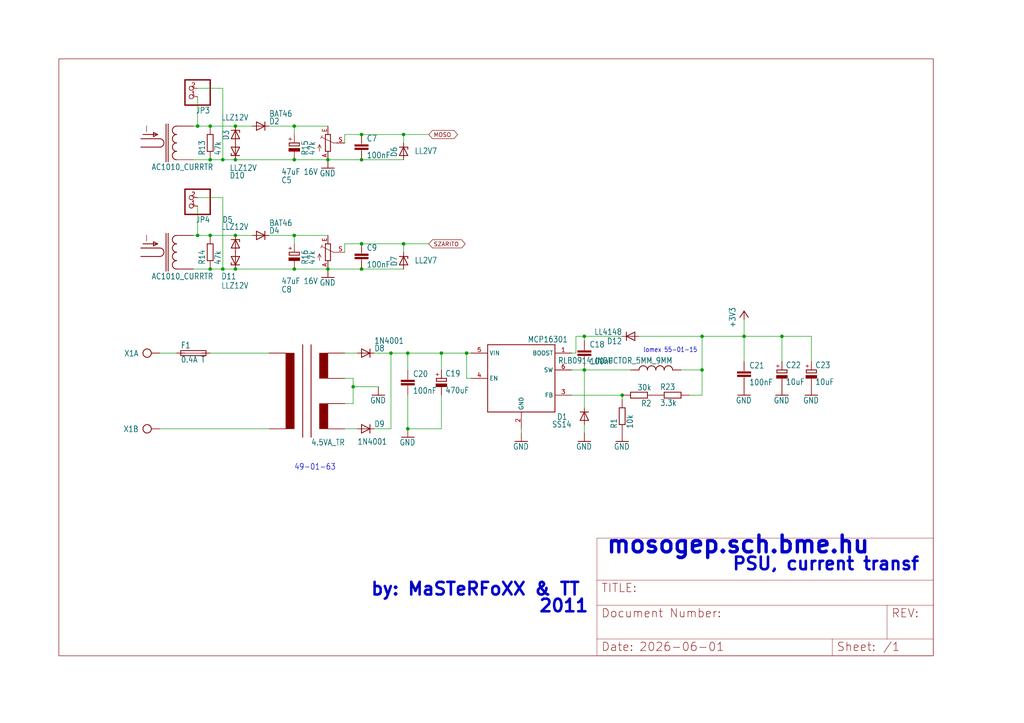
<source format=kicad_sch>
(kicad_sch
	(version 20231120)
	(generator "eeschema")
	(generator_version "8.0")
	(uuid "0ea12a80-3dfe-4edd-91c6-64f33c76c59a")
	(paper "User" 309.347 218.491)
	(lib_symbols
		(symbol "mosogep_-eagle-import:+3V3"
			(power)
			(exclude_from_sim no)
			(in_bom yes)
			(on_board yes)
			(property "Reference" "#+3V3"
				(at 0 0 0)
				(effects
					(font
						(size 1.27 1.27)
					)
					(hide yes)
				)
			)
			(property "Value" ""
				(at -2.54 -5.08 90)
				(effects
					(font
						(size 1.778 1.5113)
					)
					(justify left bottom)
				)
			)
			(property "Footprint" ""
				(at 0 0 0)
				(effects
					(font
						(size 1.27 1.27)
					)
					(hide yes)
				)
			)
			(property "Datasheet" ""
				(at 0 0 0)
				(effects
					(font
						(size 1.27 1.27)
					)
					(hide yes)
				)
			)
			(property "Description" "SUPPLY SYMBOL"
				(at 0 0 0)
				(effects
					(font
						(size 1.27 1.27)
					)
					(hide yes)
				)
			)
			(property "ki_locked" ""
				(at 0 0 0)
				(effects
					(font
						(size 1.27 1.27)
					)
				)
			)
			(symbol "+3V3_1_0"
				(polyline
					(pts
						(xy 0 0) (xy -1.27 -1.905)
					)
					(stroke
						(width 0.254)
						(type solid)
					)
					(fill
						(type none)
					)
				)
				(polyline
					(pts
						(xy 1.27 -1.905) (xy 0 0)
					)
					(stroke
						(width 0.254)
						(type solid)
					)
					(fill
						(type none)
					)
				)
				(pin power_in line
					(at 0 -2.54 90)
					(length 2.54)
					(name "+3V3"
						(effects
							(font
								(size 0 0)
							)
						)
					)
					(number "1"
						(effects
							(font
								(size 0 0)
							)
						)
					)
				)
			)
		)
		(symbol "mosogep_-eagle-import:4.5VA_TR"
			(exclude_from_sim no)
			(in_bom yes)
			(on_board yes)
			(property "Reference" ""
				(at 1.27 16.51 0)
				(effects
					(font
						(size 1.778 1.5113)
					)
					(justify left bottom)
					(hide yes)
				)
			)
			(property "Value" ""
				(at 2.54 -15.24 0)
				(effects
					(font
						(size 1.778 1.5113)
					)
					(justify left bottom)
				)
			)
			(property "Footprint" "mosogep_:TR4.5VA"
				(at 0 0 0)
				(effects
					(font
						(size 1.27 1.27)
					)
					(hide yes)
				)
			)
			(property "Datasheet" ""
				(at 0 0 0)
				(effects
					(font
						(size 1.27 1.27)
					)
					(hide yes)
				)
			)
			(property "Description" ""
				(at 0 0 0)
				(effects
					(font
						(size 1.27 1.27)
					)
					(hide yes)
				)
			)
			(property "ki_locked" ""
				(at 0 0 0)
				(effects
					(font
						(size 1.27 1.27)
					)
				)
			)
			(symbol "4.5VA_TR_1_0"
				(rectangle
					(start -5.08 -10.16)
					(end -2.54 12.7)
					(stroke
						(width 0)
						(type default)
					)
					(fill
						(type outline)
					)
				)
				(polyline
					(pts
						(xy 0 15.24) (xy 0 -12.7)
					)
					(stroke
						(width 0.254)
						(type solid)
					)
					(fill
						(type none)
					)
				)
				(polyline
					(pts
						(xy 2.54 15.24) (xy 2.54 -12.7)
					)
					(stroke
						(width 0.254)
						(type solid)
					)
					(fill
						(type none)
					)
				)
				(rectangle
					(start 5.08 -10.16)
					(end 7.62 -2.54)
					(stroke
						(width 0)
						(type default)
					)
					(fill
						(type outline)
					)
				)
				(rectangle
					(start 5.08 5.08)
					(end 7.62 12.7)
					(stroke
						(width 0)
						(type default)
					)
					(fill
						(type outline)
					)
				)
				(pin bidirectional line
					(at -10.16 12.7 0)
					(length 5.08)
					(name "PRI1"
						(effects
							(font
								(size 0 0)
							)
						)
					)
					(number "PR1"
						(effects
							(font
								(size 0 0)
							)
						)
					)
				)
				(pin bidirectional line
					(at -10.16 -10.16 0)
					(length 5.08)
					(name "PRI2"
						(effects
							(font
								(size 0 0)
							)
						)
					)
					(number "PR2"
						(effects
							(font
								(size 0 0)
							)
						)
					)
				)
				(pin bidirectional line
					(at 12.7 12.7 180)
					(length 5.08)
					(name "SA_1"
						(effects
							(font
								(size 0 0)
							)
						)
					)
					(number "SA_1"
						(effects
							(font
								(size 0 0)
							)
						)
					)
				)
				(pin bidirectional line
					(at 12.7 5.08 180)
					(length 5.08)
					(name "SA_2"
						(effects
							(font
								(size 0 0)
							)
						)
					)
					(number "SA_2"
						(effects
							(font
								(size 0 0)
							)
						)
					)
				)
				(pin bidirectional line
					(at 12.7 -2.54 180)
					(length 5.08)
					(name "SB_1"
						(effects
							(font
								(size 0 0)
							)
						)
					)
					(number "SB1"
						(effects
							(font
								(size 0 0)
							)
						)
					)
				)
				(pin bidirectional line
					(at 12.7 -10.16 180)
					(length 5.08)
					(name "SB_2"
						(effects
							(font
								(size 0 0)
							)
						)
					)
					(number "SB2"
						(effects
							(font
								(size 0 0)
							)
						)
					)
				)
			)
		)
		(symbol "mosogep_-eagle-import:AC1010_CURRTR"
			(exclude_from_sim no)
			(in_bom yes)
			(on_board yes)
			(property "Reference" ""
				(at -2.54 6.35 0)
				(effects
					(font
						(size 1.778 1.5113)
					)
					(justify left bottom)
					(hide yes)
				)
			)
			(property "Value" ""
				(at -2.54 -8.255 0)
				(effects
					(font
						(size 1.778 1.5113)
					)
					(justify left bottom)
				)
			)
			(property "Footprint" "mosogep_:CURRTR_TALEMA"
				(at 0 0 0)
				(effects
					(font
						(size 1.27 1.27)
					)
					(hide yes)
				)
			)
			(property "Datasheet" ""
				(at 0 0 0)
				(effects
					(font
						(size 1.27 1.27)
					)
					(hide yes)
				)
			)
			(property "Description" ""
				(at 0 0 0)
				(effects
					(font
						(size 1.27 1.27)
					)
					(hide yes)
				)
			)
			(property "ki_locked" ""
				(at 0 0 0)
				(effects
					(font
						(size 1.27 1.27)
					)
				)
			)
			(symbol "AC1010_CURRTR_1_0"
				(arc
					(start 0 -1.27)
					(mid 1.27 0)
					(end 0 1.27)
					(stroke
						(width 0.254)
						(type solid)
					)
					(fill
						(type none)
					)
				)
				(polyline
					(pts
						(xy -5.08 2.54) (xy -0.635 2.54)
					)
					(stroke
						(width 0.254)
						(type solid)
					)
					(fill
						(type none)
					)
				)
				(polyline
					(pts
						(xy -1.905 1.905) (xy -0.635 2.54)
					)
					(stroke
						(width 0.254)
						(type solid)
					)
					(fill
						(type none)
					)
				)
				(polyline
					(pts
						(xy -1.905 3.175) (xy -1.905 1.905)
					)
					(stroke
						(width 0.254)
						(type solid)
					)
					(fill
						(type none)
					)
				)
				(polyline
					(pts
						(xy -0.635 2.54) (xy -1.905 3.175)
					)
					(stroke
						(width 0.254)
						(type solid)
					)
					(fill
						(type none)
					)
				)
				(polyline
					(pts
						(xy 0 -1.27) (xy -5.715 -1.27)
					)
					(stroke
						(width 0.254)
						(type solid)
					)
					(fill
						(type none)
					)
				)
				(polyline
					(pts
						(xy 0 1.27) (xy -5.715 1.27)
					)
					(stroke
						(width 0.254)
						(type solid)
					)
					(fill
						(type none)
					)
				)
				(polyline
					(pts
						(xy 1.905 -5.715) (xy 1.905 5.715)
					)
					(stroke
						(width 0.254)
						(type solid)
					)
					(fill
						(type none)
					)
				)
				(polyline
					(pts
						(xy 2.54 -5.715) (xy 2.54 5.715)
					)
					(stroke
						(width 0.254)
						(type solid)
					)
					(fill
						(type none)
					)
				)
				(arc
					(start 5.08 -2.54)
					(mid 3.81 -3.81)
					(end 5.08 -5.08)
					(stroke
						(width 0.254)
						(type solid)
					)
					(fill
						(type none)
					)
				)
				(arc
					(start 5.08 0)
					(mid 3.81 -1.27)
					(end 5.08 -2.54)
					(stroke
						(width 0.254)
						(type solid)
					)
					(fill
						(type none)
					)
				)
				(arc
					(start 5.08 2.54)
					(mid 3.81 1.27)
					(end 5.08 0)
					(stroke
						(width 0.254)
						(type solid)
					)
					(fill
						(type none)
					)
				)
				(arc
					(start 5.08 5.08)
					(mid 3.81 3.81)
					(end 5.08 2.54)
					(stroke
						(width 0.254)
						(type solid)
					)
					(fill
						(type none)
					)
				)
				(text "I"
					(at -4.445 3.175 0)
					(effects
						(font
							(size 1.778 1.5113)
						)
						(justify left bottom)
					)
				)
				(pin bidirectional line
					(at 10.16 5.08 180)
					(length 5.08)
					(name "P$1"
						(effects
							(font
								(size 0 0)
							)
						)
					)
					(number "1"
						(effects
							(font
								(size 0 0)
							)
						)
					)
				)
				(pin bidirectional line
					(at 10.16 -5.08 180)
					(length 5.08)
					(name "P$2"
						(effects
							(font
								(size 0 0)
							)
						)
					)
					(number "2"
						(effects
							(font
								(size 0 0)
							)
						)
					)
				)
			)
		)
		(symbol "mosogep_-eagle-import:AK500/2"
			(exclude_from_sim no)
			(in_bom yes)
			(on_board yes)
			(property "Reference" "X"
				(at -1.27 0.889 0)
				(effects
					(font
						(size 1.778 1.5113)
					)
					(justify right top)
				)
			)
			(property "Value" ""
				(at -3.81 -3.683 0)
				(effects
					(font
						(size 1.778 1.5113)
					)
					(justify left bottom)
					(hide yes)
				)
			)
			(property "Footprint" "mosogep_:AK500_2"
				(at 0 0 0)
				(effects
					(font
						(size 1.27 1.27)
					)
					(hide yes)
				)
			)
			(property "Datasheet" ""
				(at 0 0 0)
				(effects
					(font
						(size 1.27 1.27)
					)
					(hide yes)
				)
			)
			(property "Description" "CONNECTOR"
				(at 0 0 0)
				(effects
					(font
						(size 1.27 1.27)
					)
					(hide yes)
				)
			)
			(property "ki_locked" ""
				(at 0 0 0)
				(effects
					(font
						(size 1.27 1.27)
					)
				)
			)
			(symbol "AK500/2_1_0"
				(circle
					(center 1.27 0)
					(radius 1.27)
					(stroke
						(width 0.254)
						(type solid)
					)
					(fill
						(type none)
					)
				)
				(pin passive line
					(at 5.08 0 180)
					(length 2.54)
					(name "KL"
						(effects
							(font
								(size 0 0)
							)
						)
					)
					(number "1"
						(effects
							(font
								(size 0 0)
							)
						)
					)
				)
			)
			(symbol "AK500/2_2_0"
				(circle
					(center 1.27 0)
					(radius 1.27)
					(stroke
						(width 0.254)
						(type solid)
					)
					(fill
						(type none)
					)
				)
				(pin passive line
					(at 5.08 0 180)
					(length 2.54)
					(name "KL"
						(effects
							(font
								(size 0 0)
							)
						)
					)
					(number "2"
						(effects
							(font
								(size 0 0)
							)
						)
					)
				)
			)
		)
		(symbol "mosogep_-eagle-import:C-EUC1206K"
			(exclude_from_sim no)
			(in_bom yes)
			(on_board yes)
			(property "Reference" "C"
				(at 1.524 0.381 0)
				(effects
					(font
						(size 1.778 1.5113)
					)
					(justify left bottom)
				)
			)
			(property "Value" ""
				(at 1.524 -4.699 0)
				(effects
					(font
						(size 1.778 1.5113)
					)
					(justify left bottom)
				)
			)
			(property "Footprint" "mosogep_:C1206K"
				(at 0 0 0)
				(effects
					(font
						(size 1.27 1.27)
					)
					(hide yes)
				)
			)
			(property "Datasheet" ""
				(at 0 0 0)
				(effects
					(font
						(size 1.27 1.27)
					)
					(hide yes)
				)
			)
			(property "Description" "CAPACITOR, European symbol"
				(at 0 0 0)
				(effects
					(font
						(size 1.27 1.27)
					)
					(hide yes)
				)
			)
			(property "ki_locked" ""
				(at 0 0 0)
				(effects
					(font
						(size 1.27 1.27)
					)
				)
			)
			(symbol "C-EUC1206K_1_0"
				(rectangle
					(start -2.032 -2.032)
					(end 2.032 -1.524)
					(stroke
						(width 0)
						(type default)
					)
					(fill
						(type outline)
					)
				)
				(rectangle
					(start -2.032 -1.016)
					(end 2.032 -0.508)
					(stroke
						(width 0)
						(type default)
					)
					(fill
						(type outline)
					)
				)
				(polyline
					(pts
						(xy 0 -2.54) (xy 0 -2.032)
					)
					(stroke
						(width 0.1524)
						(type solid)
					)
					(fill
						(type none)
					)
				)
				(polyline
					(pts
						(xy 0 0) (xy 0 -0.508)
					)
					(stroke
						(width 0.1524)
						(type solid)
					)
					(fill
						(type none)
					)
				)
				(pin passive line
					(at 0 2.54 270)
					(length 2.54)
					(name "1"
						(effects
							(font
								(size 0 0)
							)
						)
					)
					(number "1"
						(effects
							(font
								(size 0 0)
							)
						)
					)
				)
				(pin passive line
					(at 0 -5.08 90)
					(length 2.54)
					(name "2"
						(effects
							(font
								(size 0 0)
							)
						)
					)
					(number "2"
						(effects
							(font
								(size 0 0)
							)
						)
					)
				)
			)
		)
		(symbol "mosogep_-eagle-import:CPOL-EUB/3528-21R"
			(exclude_from_sim no)
			(in_bom yes)
			(on_board yes)
			(property "Reference" "C"
				(at 1.143 0.4826 0)
				(effects
					(font
						(size 1.778 1.5113)
					)
					(justify left bottom)
				)
			)
			(property "Value" ""
				(at 1.143 -4.5974 0)
				(effects
					(font
						(size 1.778 1.5113)
					)
					(justify left bottom)
				)
			)
			(property "Footprint" "mosogep_:B_3528-21R"
				(at 0 0 0)
				(effects
					(font
						(size 1.27 1.27)
					)
					(hide yes)
				)
			)
			(property "Datasheet" ""
				(at 0 0 0)
				(effects
					(font
						(size 1.27 1.27)
					)
					(hide yes)
				)
			)
			(property "Description" "POLARIZED CAPACITOR, European symbol"
				(at 0 0 0)
				(effects
					(font
						(size 1.27 1.27)
					)
					(hide yes)
				)
			)
			(property "ki_locked" ""
				(at 0 0 0)
				(effects
					(font
						(size 1.27 1.27)
					)
				)
			)
			(symbol "CPOL-EUB/3528-21R_1_0"
				(rectangle
					(start -1.651 -2.54)
					(end 1.651 -1.651)
					(stroke
						(width 0)
						(type default)
					)
					(fill
						(type outline)
					)
				)
				(polyline
					(pts
						(xy -1.524 -0.889) (xy 1.524 -0.889)
					)
					(stroke
						(width 0.254)
						(type solid)
					)
					(fill
						(type none)
					)
				)
				(polyline
					(pts
						(xy -1.524 0) (xy -1.524 -0.889)
					)
					(stroke
						(width 0.254)
						(type solid)
					)
					(fill
						(type none)
					)
				)
				(polyline
					(pts
						(xy -1.524 0) (xy 1.524 0)
					)
					(stroke
						(width 0.254)
						(type solid)
					)
					(fill
						(type none)
					)
				)
				(polyline
					(pts
						(xy 1.524 -0.889) (xy 1.524 0)
					)
					(stroke
						(width 0.254)
						(type solid)
					)
					(fill
						(type none)
					)
				)
				(text "+"
					(at -0.5842 0.4064 900)
					(effects
						(font
							(size 1.27 1.0795)
						)
						(justify left bottom)
					)
				)
				(pin passive line
					(at 0 2.54 270)
					(length 2.54)
					(name "+"
						(effects
							(font
								(size 0 0)
							)
						)
					)
					(number "+"
						(effects
							(font
								(size 0 0)
							)
						)
					)
				)
				(pin passive line
					(at 0 -5.08 90)
					(length 2.54)
					(name "-"
						(effects
							(font
								(size 0 0)
							)
						)
					)
					(number "-"
						(effects
							(font
								(size 0 0)
							)
						)
					)
				)
			)
		)
		(symbol "mosogep_-eagle-import:CPOL-EUE2.5-5"
			(exclude_from_sim no)
			(in_bom yes)
			(on_board yes)
			(property "Reference" "C"
				(at 1.143 0.4826 0)
				(effects
					(font
						(size 1.778 1.5113)
					)
					(justify left bottom)
				)
			)
			(property "Value" ""
				(at 1.143 -4.5974 0)
				(effects
					(font
						(size 1.778 1.5113)
					)
					(justify left bottom)
				)
			)
			(property "Footprint" "mosogep_:E2,5-5"
				(at 0 0 0)
				(effects
					(font
						(size 1.27 1.27)
					)
					(hide yes)
				)
			)
			(property "Datasheet" ""
				(at 0 0 0)
				(effects
					(font
						(size 1.27 1.27)
					)
					(hide yes)
				)
			)
			(property "Description" "POLARIZED CAPACITOR, European symbol"
				(at 0 0 0)
				(effects
					(font
						(size 1.27 1.27)
					)
					(hide yes)
				)
			)
			(property "ki_locked" ""
				(at 0 0 0)
				(effects
					(font
						(size 1.27 1.27)
					)
				)
			)
			(symbol "CPOL-EUE2.5-5_1_0"
				(rectangle
					(start -1.651 -2.54)
					(end 1.651 -1.651)
					(stroke
						(width 0)
						(type default)
					)
					(fill
						(type outline)
					)
				)
				(polyline
					(pts
						(xy -1.524 -0.889) (xy 1.524 -0.889)
					)
					(stroke
						(width 0.254)
						(type solid)
					)
					(fill
						(type none)
					)
				)
				(polyline
					(pts
						(xy -1.524 0) (xy -1.524 -0.889)
					)
					(stroke
						(width 0.254)
						(type solid)
					)
					(fill
						(type none)
					)
				)
				(polyline
					(pts
						(xy -1.524 0) (xy 1.524 0)
					)
					(stroke
						(width 0.254)
						(type solid)
					)
					(fill
						(type none)
					)
				)
				(polyline
					(pts
						(xy 1.524 -0.889) (xy 1.524 0)
					)
					(stroke
						(width 0.254)
						(type solid)
					)
					(fill
						(type none)
					)
				)
				(text "+"
					(at -0.5842 0.4064 900)
					(effects
						(font
							(size 1.27 1.0795)
						)
						(justify left bottom)
					)
				)
				(pin passive line
					(at 0 2.54 270)
					(length 2.54)
					(name "+"
						(effects
							(font
								(size 0 0)
							)
						)
					)
					(number "+"
						(effects
							(font
								(size 0 0)
							)
						)
					)
				)
				(pin passive line
					(at 0 -5.08 90)
					(length 2.54)
					(name "-"
						(effects
							(font
								(size 0 0)
							)
						)
					)
					(number "-"
						(effects
							(font
								(size 0 0)
							)
						)
					)
				)
			)
		)
		(symbol "mosogep_-eagle-import:CPOL-EUE5-10.5"
			(exclude_from_sim no)
			(in_bom yes)
			(on_board yes)
			(property "Reference" "C"
				(at 1.143 0.4826 0)
				(effects
					(font
						(size 1.778 1.5113)
					)
					(justify left bottom)
				)
			)
			(property "Value" ""
				(at 1.143 -4.5974 0)
				(effects
					(font
						(size 1.778 1.5113)
					)
					(justify left bottom)
				)
			)
			(property "Footprint" "mosogep_:E5-10,5"
				(at 0 0 0)
				(effects
					(font
						(size 1.27 1.27)
					)
					(hide yes)
				)
			)
			(property "Datasheet" ""
				(at 0 0 0)
				(effects
					(font
						(size 1.27 1.27)
					)
					(hide yes)
				)
			)
			(property "Description" "POLARIZED CAPACITOR, European symbol"
				(at 0 0 0)
				(effects
					(font
						(size 1.27 1.27)
					)
					(hide yes)
				)
			)
			(property "ki_locked" ""
				(at 0 0 0)
				(effects
					(font
						(size 1.27 1.27)
					)
				)
			)
			(symbol "CPOL-EUE5-10.5_1_0"
				(rectangle
					(start -1.651 -2.54)
					(end 1.651 -1.651)
					(stroke
						(width 0)
						(type default)
					)
					(fill
						(type outline)
					)
				)
				(polyline
					(pts
						(xy -1.524 -0.889) (xy 1.524 -0.889)
					)
					(stroke
						(width 0.254)
						(type solid)
					)
					(fill
						(type none)
					)
				)
				(polyline
					(pts
						(xy -1.524 0) (xy -1.524 -0.889)
					)
					(stroke
						(width 0.254)
						(type solid)
					)
					(fill
						(type none)
					)
				)
				(polyline
					(pts
						(xy -1.524 0) (xy 1.524 0)
					)
					(stroke
						(width 0.254)
						(type solid)
					)
					(fill
						(type none)
					)
				)
				(polyline
					(pts
						(xy 1.524 -0.889) (xy 1.524 0)
					)
					(stroke
						(width 0.254)
						(type solid)
					)
					(fill
						(type none)
					)
				)
				(text "+"
					(at -0.5842 0.4064 900)
					(effects
						(font
							(size 1.27 1.0795)
						)
						(justify left bottom)
					)
				)
				(pin passive line
					(at 0 2.54 270)
					(length 2.54)
					(name "+"
						(effects
							(font
								(size 0 0)
							)
						)
					)
					(number "+"
						(effects
							(font
								(size 0 0)
							)
						)
					)
				)
				(pin passive line
					(at 0 -5.08 90)
					(length 2.54)
					(name "-"
						(effects
							(font
								(size 0 0)
							)
						)
					)
					(number "-"
						(effects
							(font
								(size 0 0)
							)
						)
					)
				)
			)
		)
		(symbol "mosogep_-eagle-import:DINA4_L"
			(exclude_from_sim no)
			(in_bom yes)
			(on_board yes)
			(property "Reference" "#FRAME"
				(at 0 0 0)
				(effects
					(font
						(size 1.27 1.27)
					)
					(hide yes)
				)
			)
			(property "Value" ""
				(at 0 0 0)
				(effects
					(font
						(size 1.27 1.27)
					)
					(hide yes)
				)
			)
			(property "Footprint" ""
				(at 0 0 0)
				(effects
					(font
						(size 1.27 1.27)
					)
					(hide yes)
				)
			)
			(property "Datasheet" ""
				(at 0 0 0)
				(effects
					(font
						(size 1.27 1.27)
					)
					(hide yes)
				)
			)
			(property "Description" "FRAME\n\nDIN A4, landscape with extra doc field"
				(at 0 0 0)
				(effects
					(font
						(size 1.27 1.27)
					)
					(hide yes)
				)
			)
			(property "ki_locked" ""
				(at 0 0 0)
				(effects
					(font
						(size 1.27 1.27)
					)
				)
			)
			(symbol "DINA4_L_1_0"
				(polyline
					(pts
						(xy 0 0) (xy 264.16 0) (xy 264.16 180.34) (xy 0 180.34) (xy 0 0)
					)
					(stroke
						(width 0)
						(type default)
					)
					(fill
						(type none)
					)
				)
			)
			(symbol "DINA4_L_2_0"
				(polyline
					(pts
						(xy 0 0) (xy 0 5.08)
					)
					(stroke
						(width 0.1016)
						(type solid)
					)
					(fill
						(type none)
					)
				)
				(polyline
					(pts
						(xy 0 0) (xy 71.12 0)
					)
					(stroke
						(width 0.1016)
						(type solid)
					)
					(fill
						(type none)
					)
				)
				(polyline
					(pts
						(xy 0 5.08) (xy 0 15.24)
					)
					(stroke
						(width 0.1016)
						(type solid)
					)
					(fill
						(type none)
					)
				)
				(polyline
					(pts
						(xy 0 5.08) (xy 71.12 5.08)
					)
					(stroke
						(width 0.1016)
						(type solid)
					)
					(fill
						(type none)
					)
				)
				(polyline
					(pts
						(xy 0 15.24) (xy 0 22.86)
					)
					(stroke
						(width 0.1016)
						(type solid)
					)
					(fill
						(type none)
					)
				)
				(polyline
					(pts
						(xy 0 22.86) (xy 0 35.56)
					)
					(stroke
						(width 0.1016)
						(type solid)
					)
					(fill
						(type none)
					)
				)
				(polyline
					(pts
						(xy 0 22.86) (xy 101.6 22.86)
					)
					(stroke
						(width 0.1016)
						(type solid)
					)
					(fill
						(type none)
					)
				)
				(polyline
					(pts
						(xy 71.12 0) (xy 101.6 0)
					)
					(stroke
						(width 0.1016)
						(type solid)
					)
					(fill
						(type none)
					)
				)
				(polyline
					(pts
						(xy 71.12 5.08) (xy 71.12 0)
					)
					(stroke
						(width 0.1016)
						(type solid)
					)
					(fill
						(type none)
					)
				)
				(polyline
					(pts
						(xy 71.12 5.08) (xy 87.63 5.08)
					)
					(stroke
						(width 0.1016)
						(type solid)
					)
					(fill
						(type none)
					)
				)
				(polyline
					(pts
						(xy 87.63 5.08) (xy 101.6 5.08)
					)
					(stroke
						(width 0.1016)
						(type solid)
					)
					(fill
						(type none)
					)
				)
				(polyline
					(pts
						(xy 87.63 15.24) (xy 0 15.24)
					)
					(stroke
						(width 0.1016)
						(type solid)
					)
					(fill
						(type none)
					)
				)
				(polyline
					(pts
						(xy 87.63 15.24) (xy 87.63 5.08)
					)
					(stroke
						(width 0.1016)
						(type solid)
					)
					(fill
						(type none)
					)
				)
				(polyline
					(pts
						(xy 101.6 5.08) (xy 101.6 0)
					)
					(stroke
						(width 0.1016)
						(type solid)
					)
					(fill
						(type none)
					)
				)
				(polyline
					(pts
						(xy 101.6 15.24) (xy 87.63 15.24)
					)
					(stroke
						(width 0.1016)
						(type solid)
					)
					(fill
						(type none)
					)
				)
				(polyline
					(pts
						(xy 101.6 15.24) (xy 101.6 5.08)
					)
					(stroke
						(width 0.1016)
						(type solid)
					)
					(fill
						(type none)
					)
				)
				(polyline
					(pts
						(xy 101.6 22.86) (xy 101.6 15.24)
					)
					(stroke
						(width 0.1016)
						(type solid)
					)
					(fill
						(type none)
					)
				)
				(polyline
					(pts
						(xy 101.6 35.56) (xy 0 35.56)
					)
					(stroke
						(width 0.1016)
						(type solid)
					)
					(fill
						(type none)
					)
				)
				(polyline
					(pts
						(xy 101.6 35.56) (xy 101.6 22.86)
					)
					(stroke
						(width 0.1016)
						(type solid)
					)
					(fill
						(type none)
					)
				)
				(text "${#}/${##}"
					(at 86.36 1.27 0)
					(effects
						(font
							(size 2.54 2.54)
						)
						(justify left bottom)
					)
				)
				(text "${CURRENT_DATE}"
					(at 12.7 1.27 0)
					(effects
						(font
							(size 2.54 2.54)
						)
						(justify left bottom)
					)
				)
				(text "${PROJECTNAME}"
					(at 17.78 19.05 0)
					(effects
						(font
							(size 2.54 2.54)
						)
						(justify left bottom)
					)
				)
				(text "Date:"
					(at 1.27 1.27 0)
					(effects
						(font
							(size 2.54 2.54)
						)
						(justify left bottom)
					)
				)
				(text "Document Number:"
					(at 1.27 11.43 0)
					(effects
						(font
							(size 2.54 2.54)
						)
						(justify left bottom)
					)
				)
				(text "REV:"
					(at 88.9 11.43 0)
					(effects
						(font
							(size 2.54 2.54)
						)
						(justify left bottom)
					)
				)
				(text "Sheet:"
					(at 72.39 1.27 0)
					(effects
						(font
							(size 2.54 2.54)
						)
						(justify left bottom)
					)
				)
				(text "TITLE:"
					(at 1.27 19.05 0)
					(effects
						(font
							(size 2.54 2.54)
						)
						(justify left bottom)
					)
				)
			)
		)
		(symbol "mosogep_-eagle-import:DIODE-D-7.5"
			(exclude_from_sim no)
			(in_bom yes)
			(on_board yes)
			(property "Reference" "D"
				(at 2.54 0.4826 0)
				(effects
					(font
						(size 1.778 1.5113)
					)
					(justify left bottom)
				)
			)
			(property "Value" ""
				(at 2.54 -2.3114 0)
				(effects
					(font
						(size 1.778 1.5113)
					)
					(justify left bottom)
				)
			)
			(property "Footprint" "mosogep_:D-7.5"
				(at 0 0 0)
				(effects
					(font
						(size 1.27 1.27)
					)
					(hide yes)
				)
			)
			(property "Datasheet" ""
				(at 0 0 0)
				(effects
					(font
						(size 1.27 1.27)
					)
					(hide yes)
				)
			)
			(property "Description" "DIODE"
				(at 0 0 0)
				(effects
					(font
						(size 1.27 1.27)
					)
					(hide yes)
				)
			)
			(property "ki_locked" ""
				(at 0 0 0)
				(effects
					(font
						(size 1.27 1.27)
					)
				)
			)
			(symbol "DIODE-D-7.5_1_0"
				(polyline
					(pts
						(xy -1.27 -1.27) (xy 1.27 0)
					)
					(stroke
						(width 0.254)
						(type solid)
					)
					(fill
						(type none)
					)
				)
				(polyline
					(pts
						(xy -1.27 1.27) (xy -1.27 -1.27)
					)
					(stroke
						(width 0.254)
						(type solid)
					)
					(fill
						(type none)
					)
				)
				(polyline
					(pts
						(xy 1.27 0) (xy -1.27 1.27)
					)
					(stroke
						(width 0.254)
						(type solid)
					)
					(fill
						(type none)
					)
				)
				(polyline
					(pts
						(xy 1.27 0) (xy 1.27 -1.27)
					)
					(stroke
						(width 0.254)
						(type solid)
					)
					(fill
						(type none)
					)
				)
				(polyline
					(pts
						(xy 1.27 1.27) (xy 1.27 0)
					)
					(stroke
						(width 0.254)
						(type solid)
					)
					(fill
						(type none)
					)
				)
				(pin passive line
					(at -2.54 0 0)
					(length 2.54)
					(name "A"
						(effects
							(font
								(size 0 0)
							)
						)
					)
					(number "A"
						(effects
							(font
								(size 0 0)
							)
						)
					)
				)
				(pin passive line
					(at 2.54 0 180)
					(length 2.54)
					(name "C"
						(effects
							(font
								(size 0 0)
							)
						)
					)
					(number "C"
						(effects
							(font
								(size 0 0)
							)
						)
					)
				)
			)
		)
		(symbol "mosogep_-eagle-import:DIODE-DO-214AC"
			(exclude_from_sim no)
			(in_bom yes)
			(on_board yes)
			(property "Reference" "D"
				(at 2.54 0.4826 0)
				(effects
					(font
						(size 1.778 1.5113)
					)
					(justify left bottom)
				)
			)
			(property "Value" ""
				(at 2.54 -2.3114 0)
				(effects
					(font
						(size 1.778 1.5113)
					)
					(justify left bottom)
				)
			)
			(property "Footprint" "mosogep_:DO-214AC"
				(at 0 0 0)
				(effects
					(font
						(size 1.27 1.27)
					)
					(hide yes)
				)
			)
			(property "Datasheet" ""
				(at 0 0 0)
				(effects
					(font
						(size 1.27 1.27)
					)
					(hide yes)
				)
			)
			(property "Description" "DIODE"
				(at 0 0 0)
				(effects
					(font
						(size 1.27 1.27)
					)
					(hide yes)
				)
			)
			(property "ki_locked" ""
				(at 0 0 0)
				(effects
					(font
						(size 1.27 1.27)
					)
				)
			)
			(symbol "DIODE-DO-214AC_1_0"
				(polyline
					(pts
						(xy -1.27 -1.27) (xy 1.27 0)
					)
					(stroke
						(width 0.254)
						(type solid)
					)
					(fill
						(type none)
					)
				)
				(polyline
					(pts
						(xy -1.27 1.27) (xy -1.27 -1.27)
					)
					(stroke
						(width 0.254)
						(type solid)
					)
					(fill
						(type none)
					)
				)
				(polyline
					(pts
						(xy 1.27 0) (xy -1.27 1.27)
					)
					(stroke
						(width 0.254)
						(type solid)
					)
					(fill
						(type none)
					)
				)
				(polyline
					(pts
						(xy 1.27 0) (xy 1.27 -1.27)
					)
					(stroke
						(width 0.254)
						(type solid)
					)
					(fill
						(type none)
					)
				)
				(polyline
					(pts
						(xy 1.27 1.27) (xy 1.27 0)
					)
					(stroke
						(width 0.254)
						(type solid)
					)
					(fill
						(type none)
					)
				)
				(pin passive line
					(at -2.54 0 0)
					(length 2.54)
					(name "A"
						(effects
							(font
								(size 0 0)
							)
						)
					)
					(number "A"
						(effects
							(font
								(size 0 0)
							)
						)
					)
				)
				(pin passive line
					(at 2.54 0 180)
					(length 2.54)
					(name "C"
						(effects
							(font
								(size 0 0)
							)
						)
					)
					(number "C"
						(effects
							(font
								(size 0 0)
							)
						)
					)
				)
			)
		)
		(symbol "mosogep_-eagle-import:DIODE-SOD80C"
			(exclude_from_sim no)
			(in_bom yes)
			(on_board yes)
			(property "Reference" "D"
				(at 2.54 0.4826 0)
				(effects
					(font
						(size 1.778 1.5113)
					)
					(justify left bottom)
				)
			)
			(property "Value" ""
				(at 2.54 -2.3114 0)
				(effects
					(font
						(size 1.778 1.5113)
					)
					(justify left bottom)
				)
			)
			(property "Footprint" "mosogep_:SOD80C"
				(at 0 0 0)
				(effects
					(font
						(size 1.27 1.27)
					)
					(hide yes)
				)
			)
			(property "Datasheet" ""
				(at 0 0 0)
				(effects
					(font
						(size 1.27 1.27)
					)
					(hide yes)
				)
			)
			(property "Description" "DIODE"
				(at 0 0 0)
				(effects
					(font
						(size 1.27 1.27)
					)
					(hide yes)
				)
			)
			(property "ki_locked" ""
				(at 0 0 0)
				(effects
					(font
						(size 1.27 1.27)
					)
				)
			)
			(symbol "DIODE-SOD80C_1_0"
				(polyline
					(pts
						(xy -1.27 -1.27) (xy 1.27 0)
					)
					(stroke
						(width 0.254)
						(type solid)
					)
					(fill
						(type none)
					)
				)
				(polyline
					(pts
						(xy -1.27 1.27) (xy -1.27 -1.27)
					)
					(stroke
						(width 0.254)
						(type solid)
					)
					(fill
						(type none)
					)
				)
				(polyline
					(pts
						(xy 1.27 0) (xy -1.27 1.27)
					)
					(stroke
						(width 0.254)
						(type solid)
					)
					(fill
						(type none)
					)
				)
				(polyline
					(pts
						(xy 1.27 0) (xy 1.27 -1.27)
					)
					(stroke
						(width 0.254)
						(type solid)
					)
					(fill
						(type none)
					)
				)
				(polyline
					(pts
						(xy 1.27 1.27) (xy 1.27 0)
					)
					(stroke
						(width 0.254)
						(type solid)
					)
					(fill
						(type none)
					)
				)
				(pin passive line
					(at -2.54 0 0)
					(length 2.54)
					(name "A"
						(effects
							(font
								(size 0 0)
							)
						)
					)
					(number "A"
						(effects
							(font
								(size 0 0)
							)
						)
					)
				)
				(pin passive line
					(at 2.54 0 180)
					(length 2.54)
					(name "C"
						(effects
							(font
								(size 0 0)
							)
						)
					)
					(number "C"
						(effects
							(font
								(size 0 0)
							)
						)
					)
				)
			)
		)
		(symbol "mosogep_-eagle-import:GND"
			(power)
			(exclude_from_sim no)
			(in_bom yes)
			(on_board yes)
			(property "Reference" "#GND"
				(at 0 0 0)
				(effects
					(font
						(size 1.27 1.27)
					)
					(hide yes)
				)
			)
			(property "Value" ""
				(at -2.54 -2.54 0)
				(effects
					(font
						(size 1.778 1.5113)
					)
					(justify left bottom)
				)
			)
			(property "Footprint" ""
				(at 0 0 0)
				(effects
					(font
						(size 1.27 1.27)
					)
					(hide yes)
				)
			)
			(property "Datasheet" ""
				(at 0 0 0)
				(effects
					(font
						(size 1.27 1.27)
					)
					(hide yes)
				)
			)
			(property "Description" "SUPPLY SYMBOL"
				(at 0 0 0)
				(effects
					(font
						(size 1.27 1.27)
					)
					(hide yes)
				)
			)
			(property "ki_locked" ""
				(at 0 0 0)
				(effects
					(font
						(size 1.27 1.27)
					)
				)
			)
			(symbol "GND_1_0"
				(polyline
					(pts
						(xy -1.905 0) (xy 1.905 0)
					)
					(stroke
						(width 0.254)
						(type solid)
					)
					(fill
						(type none)
					)
				)
				(pin power_in line
					(at 0 2.54 270)
					(length 2.54)
					(name "GND"
						(effects
							(font
								(size 0 0)
							)
						)
					)
					(number "1"
						(effects
							(font
								(size 0 0)
							)
						)
					)
				)
			)
		)
		(symbol "mosogep_-eagle-import:MCP16301"
			(exclude_from_sim no)
			(in_bom yes)
			(on_board yes)
			(property "Reference" ""
				(at -10.16 10.795 0)
				(effects
					(font
						(size 1.778 1.5113)
					)
					(justify left bottom)
					(hide yes)
				)
			)
			(property "Value" ""
				(at 1.905 10.795 0)
				(effects
					(font
						(size 1.778 1.5113)
					)
					(justify left bottom)
				)
			)
			(property "Footprint" "mosogep_:SOT23-6"
				(at 0 0 0)
				(effects
					(font
						(size 1.27 1.27)
					)
					(hide yes)
				)
			)
			(property "Datasheet" ""
				(at 0 0 0)
				(effects
					(font
						(size 1.27 1.27)
					)
					(hide yes)
				)
			)
			(property "Description" ""
				(at 0 0 0)
				(effects
					(font
						(size 1.27 1.27)
					)
					(hide yes)
				)
			)
			(property "ki_locked" ""
				(at 0 0 0)
				(effects
					(font
						(size 1.27 1.27)
					)
				)
			)
			(symbol "MCP16301_1_0"
				(polyline
					(pts
						(xy -10.16 -10.16) (xy 10.16 -10.16)
					)
					(stroke
						(width 0.254)
						(type solid)
					)
					(fill
						(type none)
					)
				)
				(polyline
					(pts
						(xy -10.16 10.16) (xy -10.16 -10.16)
					)
					(stroke
						(width 0.254)
						(type solid)
					)
					(fill
						(type none)
					)
				)
				(polyline
					(pts
						(xy 10.16 -10.16) (xy 10.16 10.16)
					)
					(stroke
						(width 0.254)
						(type solid)
					)
					(fill
						(type none)
					)
				)
				(polyline
					(pts
						(xy 10.16 10.16) (xy -10.16 10.16)
					)
					(stroke
						(width 0.254)
						(type solid)
					)
					(fill
						(type none)
					)
				)
				(pin bidirectional line
					(at 15.24 7.62 180)
					(length 5.08)
					(name "BOOST"
						(effects
							(font
								(size 1.27 1.27)
							)
						)
					)
					(number "1"
						(effects
							(font
								(size 1.27 1.27)
							)
						)
					)
				)
				(pin bidirectional line
					(at 0 -15.24 90)
					(length 5.08)
					(name "GND"
						(effects
							(font
								(size 1.27 1.27)
							)
						)
					)
					(number "2"
						(effects
							(font
								(size 1.27 1.27)
							)
						)
					)
				)
				(pin bidirectional line
					(at 15.24 -5.08 180)
					(length 5.08)
					(name "FB"
						(effects
							(font
								(size 1.27 1.27)
							)
						)
					)
					(number "3"
						(effects
							(font
								(size 1.27 1.27)
							)
						)
					)
				)
				(pin bidirectional line
					(at -15.24 0 0)
					(length 5.08)
					(name "EN"
						(effects
							(font
								(size 1.27 1.27)
							)
						)
					)
					(number "4"
						(effects
							(font
								(size 1.27 1.27)
							)
						)
					)
				)
				(pin bidirectional line
					(at -15.24 7.62 0)
					(length 5.08)
					(name "VIN"
						(effects
							(font
								(size 1.27 1.27)
							)
						)
					)
					(number "5"
						(effects
							(font
								(size 1.27 1.27)
							)
						)
					)
				)
				(pin bidirectional line
					(at 15.24 2.54 180)
					(length 5.08)
					(name "SW"
						(effects
							(font
								(size 1.27 1.27)
							)
						)
					)
					(number "6"
						(effects
							(font
								(size 1.27 1.27)
							)
						)
					)
				)
			)
		)
		(symbol "mosogep_-eagle-import:PINHD-1X2"
			(exclude_from_sim no)
			(in_bom yes)
			(on_board yes)
			(property "Reference" "JP"
				(at -6.35 5.715 0)
				(effects
					(font
						(size 1.778 1.5113)
					)
					(justify left bottom)
				)
			)
			(property "Value" ""
				(at -6.35 -5.08 0)
				(effects
					(font
						(size 1.778 1.5113)
					)
					(justify left bottom)
				)
			)
			(property "Footprint" "mosogep_:1X02"
				(at 0 0 0)
				(effects
					(font
						(size 1.27 1.27)
					)
					(hide yes)
				)
			)
			(property "Datasheet" ""
				(at 0 0 0)
				(effects
					(font
						(size 1.27 1.27)
					)
					(hide yes)
				)
			)
			(property "Description" "PIN HEADER"
				(at 0 0 0)
				(effects
					(font
						(size 1.27 1.27)
					)
					(hide yes)
				)
			)
			(property "ki_locked" ""
				(at 0 0 0)
				(effects
					(font
						(size 1.27 1.27)
					)
				)
			)
			(symbol "PINHD-1X2_1_0"
				(polyline
					(pts
						(xy -6.35 -2.54) (xy 1.27 -2.54)
					)
					(stroke
						(width 0.4064)
						(type solid)
					)
					(fill
						(type none)
					)
				)
				(polyline
					(pts
						(xy -6.35 5.08) (xy -6.35 -2.54)
					)
					(stroke
						(width 0.4064)
						(type solid)
					)
					(fill
						(type none)
					)
				)
				(polyline
					(pts
						(xy 1.27 -2.54) (xy 1.27 5.08)
					)
					(stroke
						(width 0.4064)
						(type solid)
					)
					(fill
						(type none)
					)
				)
				(polyline
					(pts
						(xy 1.27 5.08) (xy -6.35 5.08)
					)
					(stroke
						(width 0.4064)
						(type solid)
					)
					(fill
						(type none)
					)
				)
				(pin passive inverted
					(at -2.54 2.54 0)
					(length 2.54)
					(name "1"
						(effects
							(font
								(size 0 0)
							)
						)
					)
					(number "1"
						(effects
							(font
								(size 1.27 1.27)
							)
						)
					)
				)
				(pin passive inverted
					(at -2.54 0 0)
					(length 2.54)
					(name "2"
						(effects
							(font
								(size 0 0)
							)
						)
					)
					(number "2"
						(effects
							(font
								(size 1.27 1.27)
							)
						)
					)
				)
			)
		)
		(symbol "mosogep_-eagle-import:R-EU_M1206"
			(exclude_from_sim no)
			(in_bom yes)
			(on_board yes)
			(property "Reference" "R"
				(at -3.81 1.4986 0)
				(effects
					(font
						(size 1.778 1.5113)
					)
					(justify left bottom)
				)
			)
			(property "Value" ""
				(at -3.81 -3.302 0)
				(effects
					(font
						(size 1.778 1.5113)
					)
					(justify left bottom)
				)
			)
			(property "Footprint" "mosogep_:M1206"
				(at 0 0 0)
				(effects
					(font
						(size 1.27 1.27)
					)
					(hide yes)
				)
			)
			(property "Datasheet" ""
				(at 0 0 0)
				(effects
					(font
						(size 1.27 1.27)
					)
					(hide yes)
				)
			)
			(property "Description" "RESISTOR, European symbol"
				(at 0 0 0)
				(effects
					(font
						(size 1.27 1.27)
					)
					(hide yes)
				)
			)
			(property "ki_locked" ""
				(at 0 0 0)
				(effects
					(font
						(size 1.27 1.27)
					)
				)
			)
			(symbol "R-EU_M1206_1_0"
				(polyline
					(pts
						(xy -2.54 -0.889) (xy -2.54 0.889)
					)
					(stroke
						(width 0.254)
						(type solid)
					)
					(fill
						(type none)
					)
				)
				(polyline
					(pts
						(xy -2.54 -0.889) (xy 2.54 -0.889)
					)
					(stroke
						(width 0.254)
						(type solid)
					)
					(fill
						(type none)
					)
				)
				(polyline
					(pts
						(xy 2.54 -0.889) (xy 2.54 0.889)
					)
					(stroke
						(width 0.254)
						(type solid)
					)
					(fill
						(type none)
					)
				)
				(polyline
					(pts
						(xy 2.54 0.889) (xy -2.54 0.889)
					)
					(stroke
						(width 0.254)
						(type solid)
					)
					(fill
						(type none)
					)
				)
				(pin passive line
					(at -5.08 0 0)
					(length 2.54)
					(name "1"
						(effects
							(font
								(size 0 0)
							)
						)
					)
					(number "1"
						(effects
							(font
								(size 0 0)
							)
						)
					)
				)
				(pin passive line
					(at 5.08 0 180)
					(length 2.54)
					(name "2"
						(effects
							(font
								(size 0 0)
							)
						)
					)
					(number "2"
						(effects
							(font
								(size 0 0)
							)
						)
					)
				)
			)
		)
		(symbol "mosogep_-eagle-import:R-EU_R1206"
			(exclude_from_sim no)
			(in_bom yes)
			(on_board yes)
			(property "Reference" "R"
				(at -3.81 1.4986 0)
				(effects
					(font
						(size 1.778 1.5113)
					)
					(justify left bottom)
				)
			)
			(property "Value" ""
				(at -3.81 -3.302 0)
				(effects
					(font
						(size 1.778 1.5113)
					)
					(justify left bottom)
				)
			)
			(property "Footprint" "mosogep_:R1206"
				(at 0 0 0)
				(effects
					(font
						(size 1.27 1.27)
					)
					(hide yes)
				)
			)
			(property "Datasheet" ""
				(at 0 0 0)
				(effects
					(font
						(size 1.27 1.27)
					)
					(hide yes)
				)
			)
			(property "Description" "RESISTOR, European symbol"
				(at 0 0 0)
				(effects
					(font
						(size 1.27 1.27)
					)
					(hide yes)
				)
			)
			(property "ki_locked" ""
				(at 0 0 0)
				(effects
					(font
						(size 1.27 1.27)
					)
				)
			)
			(symbol "R-EU_R1206_1_0"
				(polyline
					(pts
						(xy -2.54 -0.889) (xy -2.54 0.889)
					)
					(stroke
						(width 0.254)
						(type solid)
					)
					(fill
						(type none)
					)
				)
				(polyline
					(pts
						(xy -2.54 -0.889) (xy 2.54 -0.889)
					)
					(stroke
						(width 0.254)
						(type solid)
					)
					(fill
						(type none)
					)
				)
				(polyline
					(pts
						(xy 2.54 -0.889) (xy 2.54 0.889)
					)
					(stroke
						(width 0.254)
						(type solid)
					)
					(fill
						(type none)
					)
				)
				(polyline
					(pts
						(xy 2.54 0.889) (xy -2.54 0.889)
					)
					(stroke
						(width 0.254)
						(type solid)
					)
					(fill
						(type none)
					)
				)
				(pin passive line
					(at -5.08 0 0)
					(length 2.54)
					(name "1"
						(effects
							(font
								(size 0 0)
							)
						)
					)
					(number "1"
						(effects
							(font
								(size 0 0)
							)
						)
					)
				)
				(pin passive line
					(at 5.08 0 180)
					(length 2.54)
					(name "2"
						(effects
							(font
								(size 0 0)
							)
						)
					)
					(number "2"
						(effects
							(font
								(size 0 0)
							)
						)
					)
				)
			)
		)
		(symbol "mosogep_-eagle-import:RLB0914_INDUCTOR_5MM_9MM"
			(exclude_from_sim no)
			(in_bom yes)
			(on_board yes)
			(property "Reference" ""
				(at -1.27 -5.08 90)
				(effects
					(font
						(size 1.778 1.5113)
					)
					(justify left bottom)
					(hide yes)
				)
			)
			(property "Value" ""
				(at 3.81 -5.08 90)
				(effects
					(font
						(size 1.778 1.5113)
					)
					(justify left bottom)
				)
			)
			(property "Footprint" "mosogep_:L_5MM"
				(at 0 0 0)
				(effects
					(font
						(size 1.27 1.27)
					)
					(hide yes)
				)
			)
			(property "Datasheet" ""
				(at 0 0 0)
				(effects
					(font
						(size 1.27 1.27)
					)
					(hide yes)
				)
			)
			(property "Description" ""
				(at 0 0 0)
				(effects
					(font
						(size 1.27 1.27)
					)
					(hide yes)
				)
			)
			(property "ki_locked" ""
				(at 0 0 0)
				(effects
					(font
						(size 1.27 1.27)
					)
				)
			)
			(symbol "RLB0914_INDUCTOR_5MM_9MM_1_0"
				(arc
					(start 0 -5.08)
					(mid 0.898 -4.708)
					(end 1.27 -3.81)
					(stroke
						(width 0.254)
						(type solid)
					)
					(fill
						(type none)
					)
				)
				(arc
					(start 0 -2.54)
					(mid 0.898 -2.168)
					(end 1.27 -1.27)
					(stroke
						(width 0.254)
						(type solid)
					)
					(fill
						(type none)
					)
				)
				(arc
					(start 0 0)
					(mid 0.898 0.372)
					(end 1.27 1.27)
					(stroke
						(width 0.254)
						(type solid)
					)
					(fill
						(type none)
					)
				)
				(arc
					(start 0 2.54)
					(mid 0.898 2.912)
					(end 1.27 3.81)
					(stroke
						(width 0.254)
						(type solid)
					)
					(fill
						(type none)
					)
				)
				(arc
					(start 1.27 -3.81)
					(mid 0.898 -2.912)
					(end 0 -2.54)
					(stroke
						(width 0.254)
						(type solid)
					)
					(fill
						(type none)
					)
				)
				(arc
					(start 1.27 -1.27)
					(mid 0.898 -0.372)
					(end 0 0)
					(stroke
						(width 0.254)
						(type solid)
					)
					(fill
						(type none)
					)
				)
				(arc
					(start 1.27 1.27)
					(mid 0.898 2.168)
					(end 0 2.54)
					(stroke
						(width 0.254)
						(type solid)
					)
					(fill
						(type none)
					)
				)
				(arc
					(start 1.27 3.81)
					(mid 0.898 4.708)
					(end 0 5.08)
					(stroke
						(width 0.254)
						(type solid)
					)
					(fill
						(type none)
					)
				)
				(pin passive line
					(at 0 7.62 270)
					(length 2.54)
					(name "1"
						(effects
							(font
								(size 0 0)
							)
						)
					)
					(number "P$1"
						(effects
							(font
								(size 0 0)
							)
						)
					)
				)
				(pin passive line
					(at 0 -7.62 90)
					(length 2.54)
					(name "2"
						(effects
							(font
								(size 0 0)
							)
						)
					)
					(number "P$2"
						(effects
							(font
								(size 0 0)
							)
						)
					)
				)
			)
		)
		(symbol "mosogep_-eagle-import:SH22,5A"
			(exclude_from_sim no)
			(in_bom yes)
			(on_board yes)
			(property "Reference" "F"
				(at -3.81 1.397 0)
				(effects
					(font
						(size 1.778 1.5113)
					)
					(justify left bottom)
				)
			)
			(property "Value" ""
				(at -3.81 -2.921 0)
				(effects
					(font
						(size 1.778 1.5113)
					)
					(justify left bottom)
				)
			)
			(property "Footprint" "mosogep_:SH22,5A"
				(at 0 0 0)
				(effects
					(font
						(size 1.27 1.27)
					)
					(hide yes)
				)
			)
			(property "Datasheet" ""
				(at 0 0 0)
				(effects
					(font
						(size 1.27 1.27)
					)
					(hide yes)
				)
			)
			(property "Description" "FUSE HOLDER\n\ngrid 22,5mm, isolated cap\n\nOGN0031 8201, Schurter (Buerklin)"
				(at 0 0 0)
				(effects
					(font
						(size 1.27 1.27)
					)
					(hide yes)
				)
			)
			(property "ki_locked" ""
				(at 0 0 0)
				(effects
					(font
						(size 1.27 1.27)
					)
				)
			)
			(symbol "SH22,5A_1_0"
				(polyline
					(pts
						(xy -3.81 -0.762) (xy 3.81 -0.762)
					)
					(stroke
						(width 0.254)
						(type solid)
					)
					(fill
						(type none)
					)
				)
				(polyline
					(pts
						(xy -3.81 0.762) (xy -3.81 -0.762)
					)
					(stroke
						(width 0.254)
						(type solid)
					)
					(fill
						(type none)
					)
				)
				(polyline
					(pts
						(xy -2.54 0) (xy 2.54 0)
					)
					(stroke
						(width 0.1524)
						(type solid)
					)
					(fill
						(type none)
					)
				)
				(polyline
					(pts
						(xy 3.81 -0.762) (xy 3.81 0.762)
					)
					(stroke
						(width 0.254)
						(type solid)
					)
					(fill
						(type none)
					)
				)
				(polyline
					(pts
						(xy 3.81 0.762) (xy -3.81 0.762)
					)
					(stroke
						(width 0.254)
						(type solid)
					)
					(fill
						(type none)
					)
				)
				(pin passive line
					(at -5.08 0 0)
					(length 2.54)
					(name "1"
						(effects
							(font
								(size 0 0)
							)
						)
					)
					(number "1"
						(effects
							(font
								(size 0 0)
							)
						)
					)
				)
				(pin passive line
					(at 5.08 0 180)
					(length 2.54)
					(name "2"
						(effects
							(font
								(size 0 0)
							)
						)
					)
					(number "2"
						(effects
							(font
								(size 0 0)
							)
						)
					)
				)
			)
		)
		(symbol "mosogep_-eagle-import:TRIM_EU-RJ9W"
			(exclude_from_sim no)
			(in_bom yes)
			(on_board yes)
			(property "Reference" "R"
				(at -5.969 -3.81 90)
				(effects
					(font
						(size 1.778 1.5113)
					)
					(justify left bottom)
				)
			)
			(property "Value" ""
				(at -3.81 -3.81 90)
				(effects
					(font
						(size 1.778 1.5113)
					)
					(justify left bottom)
				)
			)
			(property "Footprint" "mosogep_:RJ9W"
				(at 0 0 0)
				(effects
					(font
						(size 1.27 1.27)
					)
					(hide yes)
				)
			)
			(property "Datasheet" ""
				(at 0 0 0)
				(effects
					(font
						(size 1.27 1.27)
					)
					(hide yes)
				)
			)
			(property "Description" "POTENTIOMETER"
				(at 0 0 0)
				(effects
					(font
						(size 1.27 1.27)
					)
					(hide yes)
				)
			)
			(property "ki_locked" ""
				(at 0 0 0)
				(effects
					(font
						(size 1.27 1.27)
					)
				)
			)
			(symbol "TRIM_EU-RJ9W_1_0"
				(polyline
					(pts
						(xy -2.54 -2.54) (xy -2.54 -0.508)
					)
					(stroke
						(width 0.1524)
						(type solid)
					)
					(fill
						(type none)
					)
				)
				(polyline
					(pts
						(xy -2.54 -0.508) (xy -3.048 -1.524)
					)
					(stroke
						(width 0.1524)
						(type solid)
					)
					(fill
						(type none)
					)
				)
				(polyline
					(pts
						(xy -2.54 -0.508) (xy -2.032 -1.524)
					)
					(stroke
						(width 0.1524)
						(type solid)
					)
					(fill
						(type none)
					)
				)
				(polyline
					(pts
						(xy -2.1597 1.2939) (xy -1.7018 2.2352)
					)
					(stroke
						(width 0.1524)
						(type solid)
					)
					(fill
						(type none)
					)
				)
				(polyline
					(pts
						(xy -0.762 -2.54) (xy 0.762 -2.54)
					)
					(stroke
						(width 0.254)
						(type solid)
					)
					(fill
						(type none)
					)
				)
				(polyline
					(pts
						(xy -0.762 2.54) (xy -0.762 -2.54)
					)
					(stroke
						(width 0.254)
						(type solid)
					)
					(fill
						(type none)
					)
				)
				(polyline
					(pts
						(xy 0.762 -2.54) (xy 0.762 2.54)
					)
					(stroke
						(width 0.254)
						(type solid)
					)
					(fill
						(type none)
					)
				)
				(polyline
					(pts
						(xy 0.762 2.54) (xy -0.762 2.54)
					)
					(stroke
						(width 0.254)
						(type solid)
					)
					(fill
						(type none)
					)
				)
				(polyline
					(pts
						(xy 1.651 0) (xy -1.8796 1.7526)
					)
					(stroke
						(width 0.1524)
						(type solid)
					)
					(fill
						(type none)
					)
				)
				(polyline
					(pts
						(xy 2.54 0) (xy 1.651 0)
					)
					(stroke
						(width 0.1524)
						(type solid)
					)
					(fill
						(type none)
					)
				)
				(pin passive line
					(at 0 -5.08 90)
					(length 2.54)
					(name "A"
						(effects
							(font
								(size 0 0)
							)
						)
					)
					(number "A"
						(effects
							(font
								(size 1.27 1.27)
							)
						)
					)
				)
				(pin passive line
					(at 0 5.08 270)
					(length 2.54)
					(name "E"
						(effects
							(font
								(size 0 0)
							)
						)
					)
					(number "E"
						(effects
							(font
								(size 1.27 1.27)
							)
						)
					)
				)
				(pin passive line
					(at 5.08 0 180)
					(length 2.54)
					(name "S"
						(effects
							(font
								(size 0 0)
							)
						)
					)
					(number "S"
						(effects
							(font
								(size 1.27 1.27)
							)
						)
					)
				)
			)
		)
		(symbol "mosogep_-eagle-import:ZENER-DIODESOD80C"
			(exclude_from_sim no)
			(in_bom yes)
			(on_board yes)
			(property "Reference" "D"
				(at -1.778 1.905 0)
				(effects
					(font
						(size 1.778 1.5113)
					)
					(justify left bottom)
				)
			)
			(property "Value" ""
				(at -1.778 -3.429 0)
				(effects
					(font
						(size 1.778 1.5113)
					)
					(justify left bottom)
				)
			)
			(property "Footprint" "mosogep_:SOD80C"
				(at 0 0 0)
				(effects
					(font
						(size 1.27 1.27)
					)
					(hide yes)
				)
			)
			(property "Datasheet" ""
				(at 0 0 0)
				(effects
					(font
						(size 1.27 1.27)
					)
					(hide yes)
				)
			)
			(property "Description" "Z-Diode"
				(at 0 0 0)
				(effects
					(font
						(size 1.27 1.27)
					)
					(hide yes)
				)
			)
			(property "ki_locked" ""
				(at 0 0 0)
				(effects
					(font
						(size 1.27 1.27)
					)
				)
			)
			(symbol "ZENER-DIODESOD80C_1_0"
				(polyline
					(pts
						(xy -1.27 -1.27) (xy 1.27 0)
					)
					(stroke
						(width 0.254)
						(type solid)
					)
					(fill
						(type none)
					)
				)
				(polyline
					(pts
						(xy -1.27 1.27) (xy -1.27 -1.27)
					)
					(stroke
						(width 0.254)
						(type solid)
					)
					(fill
						(type none)
					)
				)
				(polyline
					(pts
						(xy 1.27 -1.27) (xy 0.635 -1.27)
					)
					(stroke
						(width 0.254)
						(type solid)
					)
					(fill
						(type none)
					)
				)
				(polyline
					(pts
						(xy 1.27 0) (xy -1.27 1.27)
					)
					(stroke
						(width 0.254)
						(type solid)
					)
					(fill
						(type none)
					)
				)
				(polyline
					(pts
						(xy 1.27 0) (xy 1.27 -1.27)
					)
					(stroke
						(width 0.254)
						(type solid)
					)
					(fill
						(type none)
					)
				)
				(polyline
					(pts
						(xy 1.27 1.27) (xy 1.27 0)
					)
					(stroke
						(width 0.254)
						(type solid)
					)
					(fill
						(type none)
					)
				)
				(pin passive line
					(at -2.54 0 0)
					(length 2.54)
					(name "A"
						(effects
							(font
								(size 0 0)
							)
						)
					)
					(number "A"
						(effects
							(font
								(size 0 0)
							)
						)
					)
				)
				(pin passive line
					(at 2.54 0 180)
					(length 2.54)
					(name "C"
						(effects
							(font
								(size 0 0)
							)
						)
					)
					(number "C"
						(effects
							(font
								(size 0 0)
							)
						)
					)
				)
			)
		)
	)
	(junction
		(at 88.9 71.12)
		(diameter 0)
		(color 0 0 0 0)
		(uuid "1073d3b3-fc42-481e-9aa7-72a07b340a5c")
	)
	(junction
		(at 88.9 38.1)
		(diameter 0)
		(color 0 0 0 0)
		(uuid "1d6f68dd-353e-4509-97f6-5b2fbace489a")
	)
	(junction
		(at 121.92 40.64)
		(diameter 0)
		(color 0 0 0 0)
		(uuid "1ef266b7-8349-4704-b946-5e72335e3a51")
	)
	(junction
		(at 88.9 48.26)
		(diameter 0)
		(color 0 0 0 0)
		(uuid "236572ed-6250-47ec-b50b-d298605cbb7c")
	)
	(junction
		(at 99.06 48.26)
		(diameter 0)
		(color 0 0 0 0)
		(uuid "3132196c-01db-4961-9325-8c59391ad93b")
	)
	(junction
		(at 63.5 81.28)
		(diameter 0)
		(color 0 0 0 0)
		(uuid "35a203f4-161f-475f-ae12-a1cffd219035")
	)
	(junction
		(at 106.68 116.84)
		(diameter 0)
		(color 0 0 0 0)
		(uuid "36bf4ae3-edef-4017-8f26-ac23e37b7e51")
	)
	(junction
		(at 109.22 73.66)
		(diameter 0)
		(color 0 0 0 0)
		(uuid "38a076c7-a4b4-485d-934b-0ead900db3b3")
	)
	(junction
		(at 118.11 106.68)
		(diameter 0)
		(color 0 0 0 0)
		(uuid "4727db2b-32fe-4dcc-ad10-f871045b1fc4")
	)
	(junction
		(at 63.5 48.26)
		(diameter 0)
		(color 0 0 0 0)
		(uuid "4936b398-2a6c-438a-8998-c93297f90cdf")
	)
	(junction
		(at 133.35 106.68)
		(diameter 0)
		(color 0 0 0 0)
		(uuid "4fd5459c-78d2-4588-ae69-d234d67178bb")
	)
	(junction
		(at 109.22 81.28)
		(diameter 0)
		(color 0 0 0 0)
		(uuid "578a1c36-fa72-46d4-9943-c31f8c528280")
	)
	(junction
		(at 121.92 73.66)
		(diameter 0)
		(color 0 0 0 0)
		(uuid "5dfedca4-8306-4967-8c20-87670f20c77f")
	)
	(junction
		(at 67.31 48.26)
		(diameter 0)
		(color 0 0 0 0)
		(uuid "6f6d3a14-c0f3-4433-b791-aa894785ae4e")
	)
	(junction
		(at 71.12 71.12)
		(diameter 0)
		(color 0 0 0 0)
		(uuid "70a40b97-5db9-4c25-9a9d-6294f682c580")
	)
	(junction
		(at 88.9 81.28)
		(diameter 0)
		(color 0 0 0 0)
		(uuid "70ba82a5-769b-4fb3-a9f6-056c904fa563")
	)
	(junction
		(at 123.19 106.68)
		(diameter 0)
		(color 0 0 0 0)
		(uuid "79283047-77a2-4686-a553-314b17fa2bb6")
	)
	(junction
		(at 71.12 38.1)
		(diameter 0)
		(color 0 0 0 0)
		(uuid "7abc65d0-5b28-4d8c-b225-2103562b6796")
	)
	(junction
		(at 176.53 111.76)
		(diameter 0)
		(color 0 0 0 0)
		(uuid "7f4fcfb3-5931-4d30-afc2-fb62be8dd5ae")
	)
	(junction
		(at 109.22 48.26)
		(diameter 0)
		(color 0 0 0 0)
		(uuid "8f09a3d1-8020-4ee6-ae09-90d3cdbf62ae")
	)
	(junction
		(at 176.53 101.6)
		(diameter 0)
		(color 0 0 0 0)
		(uuid "96149b07-bc48-48a6-a0d4-8b103e08aa50")
	)
	(junction
		(at 187.96 119.38)
		(diameter 0)
		(color 0 0 0 0)
		(uuid "9a2838f8-8419-4bc8-8071-a01c1f956560")
	)
	(junction
		(at 212.09 111.76)
		(diameter 0)
		(color 0 0 0 0)
		(uuid "9afee572-d371-4379-8f76-a652057614fa")
	)
	(junction
		(at 59.69 71.12)
		(diameter 0)
		(color 0 0 0 0)
		(uuid "9c0de9ac-3a75-4e27-8bf8-c99734c1f64a")
	)
	(junction
		(at 123.19 129.54)
		(diameter 0)
		(color 0 0 0 0)
		(uuid "b05023a5-4079-4e9e-9753-2a27652d8bd3")
	)
	(junction
		(at 71.12 48.26)
		(diameter 0)
		(color 0 0 0 0)
		(uuid "be1edd27-43eb-4fad-99e4-f097a8347ca6")
	)
	(junction
		(at 140.97 106.68)
		(diameter 0)
		(color 0 0 0 0)
		(uuid "c7b045c4-3a16-495d-b935-5c75460a950d")
	)
	(junction
		(at 224.79 101.6)
		(diameter 0)
		(color 0 0 0 0)
		(uuid "cc57124e-100a-4828-98f3-1524628a241a")
	)
	(junction
		(at 236.22 101.6)
		(diameter 0)
		(color 0 0 0 0)
		(uuid "e052f633-da50-427d-8821-cf9476c73892")
	)
	(junction
		(at 109.22 40.64)
		(diameter 0)
		(color 0 0 0 0)
		(uuid "e4796927-3354-4c96-a29e-0c74d1851984")
	)
	(junction
		(at 63.5 38.1)
		(diameter 0)
		(color 0 0 0 0)
		(uuid "e59c1ede-4b05-4df8-b6d2-bf61b5c37fb9")
	)
	(junction
		(at 212.09 101.6)
		(diameter 0)
		(color 0 0 0 0)
		(uuid "e87a3885-3697-481b-9402-9396bb831ed2")
	)
	(junction
		(at 99.06 81.28)
		(diameter 0)
		(color 0 0 0 0)
		(uuid "f3263ead-ac39-47f7-85d3-3e8747bf5360")
	)
	(junction
		(at 71.12 81.28)
		(diameter 0)
		(color 0 0 0 0)
		(uuid "f68cd534-c32b-4860-b450-27810d88211e")
	)
	(junction
		(at 63.5 71.12)
		(diameter 0)
		(color 0 0 0 0)
		(uuid "f74708cb-25da-418d-b82f-7d6ac845e49b")
	)
	(junction
		(at 59.69 38.1)
		(diameter 0)
		(color 0 0 0 0)
		(uuid "fdede8dc-7148-4b67-8b0b-304050fee25b")
	)
	(junction
		(at 67.31 81.28)
		(diameter 0)
		(color 0 0 0 0)
		(uuid "fe1379db-a41c-475d-a396-1ac1e3aed54e")
	)
	(wire
		(pts
			(xy 88.9 38.1) (xy 81.28 38.1)
		)
		(stroke
			(width 0.1524)
			(type solid)
		)
		(uuid "00fcc23e-95d2-4c26-a628-36205801aaaa")
	)
	(wire
		(pts
			(xy 88.9 48.26) (xy 99.06 48.26)
		)
		(stroke
			(width 0.1524)
			(type solid)
		)
		(uuid "03135cc8-f8f9-4f54-8120-3ea188dbb5a2")
	)
	(wire
		(pts
			(xy 173.99 101.6) (xy 173.99 106.68)
		)
		(stroke
			(width 0.1524)
			(type solid)
		)
		(uuid "031ad863-205b-4a25-87e6-bd88d423966e")
	)
	(wire
		(pts
			(xy 104.14 106.68) (xy 107.95 106.68)
		)
		(stroke
			(width 0.1524)
			(type solid)
		)
		(uuid "0364a336-73b0-412c-99ae-c6b7363744c7")
	)
	(wire
		(pts
			(xy 76.2 38.1) (xy 71.12 38.1)
		)
		(stroke
			(width 0.1524)
			(type solid)
		)
		(uuid "0880d739-592d-415e-bac6-a0673570d061")
	)
	(wire
		(pts
			(xy 190.5 111.76) (xy 176.53 111.76)
		)
		(stroke
			(width 0.1524)
			(type solid)
		)
		(uuid "0ee21734-4679-4190-b512-0ffa82ac9d10")
	)
	(wire
		(pts
			(xy 71.12 71.12) (xy 63.5 71.12)
		)
		(stroke
			(width 0.1524)
			(type solid)
		)
		(uuid "103c18f1-7bc2-4f0a-acb3-2ca310c4fd73")
	)
	(wire
		(pts
			(xy 121.92 76.2) (xy 121.92 73.66)
		)
		(stroke
			(width 0.1524)
			(type solid)
		)
		(uuid "10a1f8d4-c7da-4fb6-8c05-09c1d18b048b")
	)
	(wire
		(pts
			(xy 48.26 106.68) (xy 53.34 106.68)
		)
		(stroke
			(width 0.1524)
			(type solid)
		)
		(uuid "1431fe94-0cf1-4828-a14a-f262331573cf")
	)
	(wire
		(pts
			(xy 187.96 120.65) (xy 187.96 119.38)
		)
		(stroke
			(width 0.1524)
			(type solid)
		)
		(uuid "16342fa0-09da-4403-9059-19a4b952d336")
	)
	(wire
		(pts
			(xy 245.11 101.6) (xy 236.22 101.6)
		)
		(stroke
			(width 0.1524)
			(type solid)
		)
		(uuid "1704dde2-05de-4930-9412-30e5efe5273f")
	)
	(wire
		(pts
			(xy 212.09 119.38) (xy 212.09 111.76)
		)
		(stroke
			(width 0.1524)
			(type solid)
		)
		(uuid "177a7e4f-99d5-46ec-aacb-2658cf74e75c")
	)
	(wire
		(pts
			(xy 133.35 111.76) (xy 133.35 106.68)
		)
		(stroke
			(width 0.1524)
			(type solid)
		)
		(uuid "1abfae21-f15e-4847-977d-0c01bab7e545")
	)
	(wire
		(pts
			(xy 212.09 101.6) (xy 193.04 101.6)
		)
		(stroke
			(width 0.1524)
			(type solid)
		)
		(uuid "1cda330b-94c0-4474-b14e-3fd2633adb1a")
	)
	(wire
		(pts
			(xy 121.92 43.18) (xy 121.92 40.64)
		)
		(stroke
			(width 0.1524)
			(type solid)
		)
		(uuid "1ed5370f-8c09-4e84-8740-990e003438e2")
	)
	(wire
		(pts
			(xy 121.92 40.64) (xy 129.54 40.64)
		)
		(stroke
			(width 0.1524)
			(type solid)
		)
		(uuid "2843eba2-b26a-47f6-8cd0-5117cd356826")
	)
	(wire
		(pts
			(xy 106.68 121.92) (xy 106.68 116.84)
		)
		(stroke
			(width 0.1524)
			(type solid)
		)
		(uuid "2d8c92b0-7d43-452d-8ee3-92fa668106dd")
	)
	(wire
		(pts
			(xy 212.09 111.76) (xy 212.09 101.6)
		)
		(stroke
			(width 0.1524)
			(type solid)
		)
		(uuid "34dae8e8-037d-4227-986b-d87c46f3c92d")
	)
	(wire
		(pts
			(xy 59.69 26.67) (xy 67.31 26.67)
		)
		(stroke
			(width 0.1524)
			(type solid)
		)
		(uuid "3ab80111-10a1-464b-94e5-0826f1f27e3a")
	)
	(wire
		(pts
			(xy 133.35 119.38) (xy 133.35 129.54)
		)
		(stroke
			(width 0.1524)
			(type solid)
		)
		(uuid "3b04d520-8fea-4010-98df-7131d07392d1")
	)
	(wire
		(pts
			(xy 63.5 81.28) (xy 67.31 81.28)
		)
		(stroke
			(width 0.1524)
			(type solid)
		)
		(uuid "3c4c4776-a14a-4acd-b31d-85c9ab9b0b69")
	)
	(wire
		(pts
			(xy 224.79 101.6) (xy 212.09 101.6)
		)
		(stroke
			(width 0.1524)
			(type solid)
		)
		(uuid "3d086ffd-f0fc-46ca-9805-044efb698484")
	)
	(wire
		(pts
			(xy 123.19 111.76) (xy 123.19 106.68)
		)
		(stroke
			(width 0.1524)
			(type solid)
		)
		(uuid "3f1d1ffd-77c7-44cc-a594-87f15df0fe2c")
	)
	(wire
		(pts
			(xy 173.99 101.6) (xy 176.53 101.6)
		)
		(stroke
			(width 0.1524)
			(type solid)
		)
		(uuid "40549a4c-406e-4384-a2e5-5dc4e6e9fec9")
	)
	(wire
		(pts
			(xy 140.97 106.68) (xy 142.24 106.68)
		)
		(stroke
			(width 0.1524)
			(type solid)
		)
		(uuid "4d6513ec-4434-4bb0-861b-b681f8180461")
	)
	(wire
		(pts
			(xy 176.53 123.19) (xy 176.53 111.76)
		)
		(stroke
			(width 0.1524)
			(type solid)
		)
		(uuid "4fef7523-ebae-4205-8c98-0e5a4df778e4")
	)
	(wire
		(pts
			(xy 63.5 48.26) (xy 58.42 48.26)
		)
		(stroke
			(width 0.1524)
			(type solid)
		)
		(uuid "5491e4a0-3818-433b-b936-79c660582e24")
	)
	(wire
		(pts
			(xy 118.11 106.68) (xy 113.03 106.68)
		)
		(stroke
			(width 0.1524)
			(type solid)
		)
		(uuid "55a45e93-a67b-43a7-945a-e4180d7f3d10")
	)
	(wire
		(pts
			(xy 172.72 111.76) (xy 176.53 111.76)
		)
		(stroke
			(width 0.1524)
			(type solid)
		)
		(uuid "5646bc19-0758-45a3-a5c1-7c9cc0a2d232")
	)
	(wire
		(pts
			(xy 99.06 48.26) (xy 109.22 48.26)
		)
		(stroke
			(width 0.1524)
			(type solid)
		)
		(uuid "567bd69a-4f4e-4d9f-8b7d-668ab597549c")
	)
	(wire
		(pts
			(xy 173.99 106.68) (xy 172.72 106.68)
		)
		(stroke
			(width 0.1524)
			(type solid)
		)
		(uuid "57a4e25e-aaf5-488d-a9bf-dd725896aa5b")
	)
	(wire
		(pts
			(xy 133.35 106.68) (xy 123.19 106.68)
		)
		(stroke
			(width 0.1524)
			(type solid)
		)
		(uuid "59bc048c-3999-41f7-9106-9b22f7e2a48e")
	)
	(wire
		(pts
			(xy 104.14 40.64) (xy 109.22 40.64)
		)
		(stroke
			(width 0.1524)
			(type solid)
		)
		(uuid "5cd251cc-82a4-4722-a157-35d77b08a41c")
	)
	(wire
		(pts
			(xy 140.97 106.68) (xy 133.35 106.68)
		)
		(stroke
			(width 0.1524)
			(type solid)
		)
		(uuid "64072130-de89-4843-8c59-73e4e668a379")
	)
	(wire
		(pts
			(xy 67.31 48.26) (xy 71.12 48.26)
		)
		(stroke
			(width 0.1524)
			(type solid)
		)
		(uuid "68b29544-124f-433a-8dea-9ba1eafaf268")
	)
	(wire
		(pts
			(xy 236.22 109.22) (xy 236.22 101.6)
		)
		(stroke
			(width 0.1524)
			(type solid)
		)
		(uuid "69ffeb41-8db5-4d68-aa41-8c769d42cd9d")
	)
	(wire
		(pts
			(xy 88.9 81.28) (xy 99.06 81.28)
		)
		(stroke
			(width 0.1524)
			(type solid)
		)
		(uuid "6bcc9d2b-04da-42f7-bcea-484a2295c733")
	)
	(wire
		(pts
			(xy 208.28 119.38) (xy 212.09 119.38)
		)
		(stroke
			(width 0.1524)
			(type solid)
		)
		(uuid "6e303ac1-e492-48a5-b99d-82a5d9dc6ba9")
	)
	(wire
		(pts
			(xy 123.19 106.68) (xy 118.11 106.68)
		)
		(stroke
			(width 0.1524)
			(type solid)
		)
		(uuid "70b65c95-4e1b-40a8-a261-1e00d5d498db")
	)
	(wire
		(pts
			(xy 99.06 81.28) (xy 109.22 81.28)
		)
		(stroke
			(width 0.1524)
			(type solid)
		)
		(uuid "722b6aa5-00b6-4352-8082-2cb4b7a3b618")
	)
	(wire
		(pts
			(xy 245.11 109.22) (xy 245.11 101.6)
		)
		(stroke
			(width 0.1524)
			(type solid)
		)
		(uuid "746bde8c-9adc-4b86-a012-9ed13b90669b")
	)
	(wire
		(pts
			(xy 205.74 111.76) (xy 212.09 111.76)
		)
		(stroke
			(width 0.1524)
			(type solid)
		)
		(uuid "75d1cbca-29a9-4559-8c3e-0fbc752d0332")
	)
	(wire
		(pts
			(xy 176.53 110.49) (xy 176.53 111.76)
		)
		(stroke
			(width 0.1524)
			(type solid)
		)
		(uuid "782286b7-5d47-431b-9752-3a76ddce26fa")
	)
	(wire
		(pts
			(xy 106.68 116.84) (xy 106.68 114.3)
		)
		(stroke
			(width 0.1524)
			(type solid)
		)
		(uuid "79007074-063d-49d2-bfad-dc11933d763b")
	)
	(wire
		(pts
			(xy 76.2 71.12) (xy 71.12 71.12)
		)
		(stroke
			(width 0.1524)
			(type solid)
		)
		(uuid "79623030-6304-4b72-941a-6ed4b7809d77")
	)
	(wire
		(pts
			(xy 59.69 71.12) (xy 63.5 71.12)
		)
		(stroke
			(width 0.1524)
			(type solid)
		)
		(uuid "7ad34f69-f994-4731-8a7b-4dbf9146edcb")
	)
	(wire
		(pts
			(xy 109.22 73.66) (xy 121.92 73.66)
		)
		(stroke
			(width 0.1524)
			(type solid)
		)
		(uuid "7ca7e753-1f0c-4a5c-abe9-e31884ff31eb")
	)
	(wire
		(pts
			(xy 176.53 102.87) (xy 176.53 101.6)
		)
		(stroke
			(width 0.1524)
			(type solid)
		)
		(uuid "7ee90f8a-4111-4dab-ac37-fefe623d2399")
	)
	(wire
		(pts
			(xy 157.48 130.81) (xy 157.48 129.54)
		)
		(stroke
			(width 0.1524)
			(type solid)
		)
		(uuid "82e1e359-6e73-43fa-9dc8-b1fd333fb7f9")
	)
	(wire
		(pts
			(xy 58.42 71.12) (xy 59.69 71.12)
		)
		(stroke
			(width 0.1524)
			(type solid)
		)
		(uuid "849f4e50-6de6-46aa-8ab3-efbd65ae1feb")
	)
	(wire
		(pts
			(xy 176.53 101.6) (xy 187.96 101.6)
		)
		(stroke
			(width 0.1524)
			(type solid)
		)
		(uuid "869c0997-bb55-408d-ad35-11f5cd5ce33d")
	)
	(wire
		(pts
			(xy 59.69 59.69) (xy 67.31 59.69)
		)
		(stroke
			(width 0.1524)
			(type solid)
		)
		(uuid "87a9c44a-6c21-4fbe-af7a-3ec63f22d7fb")
	)
	(wire
		(pts
			(xy 81.28 71.12) (xy 88.9 71.12)
		)
		(stroke
			(width 0.1524)
			(type solid)
		)
		(uuid "9262c4f9-8af0-4e2d-afe6-6ea304b7d27f")
	)
	(wire
		(pts
			(xy 48.26 129.54) (xy 81.28 129.54)
		)
		(stroke
			(width 0.1524)
			(type solid)
		)
		(uuid "98bf152e-6339-47cc-bc6f-10ab72971d4a")
	)
	(wire
		(pts
			(xy 63.5 48.26) (xy 67.31 48.26)
		)
		(stroke
			(width 0.1524)
			(type solid)
		)
		(uuid "9a4620ff-270c-4c81-9b7b-f29449f1f151")
	)
	(wire
		(pts
			(xy 109.22 40.64) (xy 121.92 40.64)
		)
		(stroke
			(width 0.1524)
			(type solid)
		)
		(uuid "9d14a3d5-b829-4adc-b6a2-735f20afb003")
	)
	(wire
		(pts
			(xy 58.42 38.1) (xy 59.69 38.1)
		)
		(stroke
			(width 0.1524)
			(type solid)
		)
		(uuid "9d816de4-d7fe-44a4-8ed5-e1602811ccaa")
	)
	(wire
		(pts
			(xy 121.92 73.66) (xy 129.54 73.66)
		)
		(stroke
			(width 0.1524)
			(type solid)
		)
		(uuid "9e56449d-546f-4fea-9bea-764c5ff41afd")
	)
	(wire
		(pts
			(xy 63.5 81.28) (xy 58.42 81.28)
		)
		(stroke
			(width 0.1524)
			(type solid)
		)
		(uuid "a33b8fb0-4d42-437a-8fbc-46a35b9bed77")
	)
	(wire
		(pts
			(xy 67.31 59.69) (xy 67.31 81.28)
		)
		(stroke
			(width 0.1524)
			(type solid)
		)
		(uuid "a4954eef-5417-4ee6-be18-c13878c3a7d9")
	)
	(wire
		(pts
			(xy 140.97 106.68) (xy 140.97 114.3)
		)
		(stroke
			(width 0.1524)
			(type solid)
		)
		(uuid "a49de184-40df-4ed5-b9b2-5bc8d86a5500")
	)
	(wire
		(pts
			(xy 88.9 71.12) (xy 99.06 71.12)
		)
		(stroke
			(width 0.1524)
			(type solid)
		)
		(uuid "a622fc55-da44-4b48-b7ee-f1ce63074b32")
	)
	(wire
		(pts
			(xy 118.11 129.54) (xy 118.11 106.68)
		)
		(stroke
			(width 0.1524)
			(type solid)
		)
		(uuid "a91ec0c0-2d44-4c91-8885-04e994351f90")
	)
	(wire
		(pts
			(xy 67.31 26.67) (xy 67.31 48.26)
		)
		(stroke
			(width 0.1524)
			(type solid)
		)
		(uuid "addcf87f-3c60-4157-a747-1a2747b545c1")
	)
	(wire
		(pts
			(xy 104.14 43.18) (xy 104.14 40.64)
		)
		(stroke
			(width 0.1524)
			(type solid)
		)
		(uuid "b0e52f7f-40ac-4251-839c-b4fe649a2a78")
	)
	(wire
		(pts
			(xy 104.14 73.66) (xy 109.22 73.66)
		)
		(stroke
			(width 0.1524)
			(type solid)
		)
		(uuid "b2e1413d-a6ba-4098-a26a-4fbd5b871ad5")
	)
	(wire
		(pts
			(xy 109.22 48.26) (xy 121.92 48.26)
		)
		(stroke
			(width 0.1524)
			(type solid)
		)
		(uuid "b44f2cfa-66ab-443b-81aa-dd038ff21a21")
	)
	(wire
		(pts
			(xy 133.35 129.54) (xy 123.19 129.54)
		)
		(stroke
			(width 0.1524)
			(type solid)
		)
		(uuid "b63c34f9-f6bd-4bac-ac66-f8111c19b081")
	)
	(wire
		(pts
			(xy 172.72 119.38) (xy 187.96 119.38)
		)
		(stroke
			(width 0.1524)
			(type solid)
		)
		(uuid "b6961b09-29ef-4451-b074-c33cbf92f6c5")
	)
	(wire
		(pts
			(xy 88.9 38.1) (xy 99.06 38.1)
		)
		(stroke
			(width 0.1524)
			(type solid)
		)
		(uuid "b91e7e49-80b1-4a77-b8d5-4624aa94d9f2")
	)
	(wire
		(pts
			(xy 176.53 128.27) (xy 176.53 130.81)
		)
		(stroke
			(width 0.1524)
			(type solid)
		)
		(uuid "beab185f-0be6-489b-8dde-a12e21cd1a0a")
	)
	(wire
		(pts
			(xy 114.3 116.84) (xy 106.68 116.84)
		)
		(stroke
			(width 0.1524)
			(type solid)
		)
		(uuid "c7419002-75e5-46b0-89dd-428117d62ac4")
	)
	(wire
		(pts
			(xy 104.14 76.2) (xy 104.14 73.66)
		)
		(stroke
			(width 0.1524)
			(type solid)
		)
		(uuid "c8b84c3d-554c-48b4-80a4-e8cc4a4a35e6")
	)
	(wire
		(pts
			(xy 107.95 129.54) (xy 104.14 129.54)
		)
		(stroke
			(width 0.1524)
			(type solid)
		)
		(uuid "c9142ef0-acd7-4e05-8c26-be4ac67ae2de")
	)
	(wire
		(pts
			(xy 71.12 81.28) (xy 88.9 81.28)
		)
		(stroke
			(width 0.1524)
			(type solid)
		)
		(uuid "cc8173af-03ae-4880-a3d9-d86e7c84f801")
	)
	(wire
		(pts
			(xy 88.9 40.64) (xy 88.9 38.1)
		)
		(stroke
			(width 0.1524)
			(type solid)
		)
		(uuid "d7b07a9b-9a5b-4a27-812f-f370f6084a24")
	)
	(wire
		(pts
			(xy 109.22 81.28) (xy 121.92 81.28)
		)
		(stroke
			(width 0.1524)
			(type solid)
		)
		(uuid "d9114176-a652-46c8-9fd8-69a214f4e036")
	)
	(wire
		(pts
			(xy 59.69 62.23) (xy 59.69 71.12)
		)
		(stroke
			(width 0.1524)
			(type solid)
		)
		(uuid "db815637-2450-482d-8272-d41f7937256a")
	)
	(wire
		(pts
			(xy 88.9 71.12) (xy 88.9 73.66)
		)
		(stroke
			(width 0.1524)
			(type solid)
		)
		(uuid "dcc420a9-7c18-491b-98e2-9a3848f95a7b")
	)
	(wire
		(pts
			(xy 71.12 48.26) (xy 88.9 48.26)
		)
		(stroke
			(width 0.1524)
			(type solid)
		)
		(uuid "dd72cd3c-8d36-43d2-a748-b1bd43fcb6af")
	)
	(wire
		(pts
			(xy 224.79 109.22) (xy 224.79 101.6)
		)
		(stroke
			(width 0.1524)
			(type solid)
		)
		(uuid "de1d75a1-ef60-4233-9cf0-0c895ea7c486")
	)
	(wire
		(pts
			(xy 224.79 101.6) (xy 224.79 96.52)
		)
		(stroke
			(width 0.1524)
			(type solid)
		)
		(uuid "e0d7e101-dafb-48de-a3f0-a0dd93559bf7")
	)
	(wire
		(pts
			(xy 123.19 119.38) (xy 123.19 129.54)
		)
		(stroke
			(width 0.1524)
			(type solid)
		)
		(uuid "e37cadb6-9c71-42aa-b01a-7ac08d08c670")
	)
	(wire
		(pts
			(xy 106.68 114.3) (xy 104.14 114.3)
		)
		(stroke
			(width 0.1524)
			(type solid)
		)
		(uuid "e717f031-da4d-46f8-a3af-dcc0b85105ed")
	)
	(wire
		(pts
			(xy 67.31 81.28) (xy 71.12 81.28)
		)
		(stroke
			(width 0.1524)
			(type solid)
		)
		(uuid "eb2fcba1-95dd-462b-a009-62f5596def8a")
	)
	(wire
		(pts
			(xy 63.5 106.68) (xy 81.28 106.68)
		)
		(stroke
			(width 0.1524)
			(type solid)
		)
		(uuid "eb85a703-29e9-403c-adad-c38d60363afc")
	)
	(wire
		(pts
			(xy 71.12 38.1) (xy 63.5 38.1)
		)
		(stroke
			(width 0.1524)
			(type solid)
		)
		(uuid "f012d985-991e-48a0-83e2-04e3c3b7a76c")
	)
	(wire
		(pts
			(xy 113.03 129.54) (xy 118.11 129.54)
		)
		(stroke
			(width 0.1524)
			(type solid)
		)
		(uuid "f284c450-68d6-4c79-8b95-0c3246037df7")
	)
	(wire
		(pts
			(xy 59.69 29.21) (xy 59.69 38.1)
		)
		(stroke
			(width 0.1524)
			(type solid)
		)
		(uuid "f43e7449-79f5-462b-931f-015e10b07160")
	)
	(wire
		(pts
			(xy 142.24 114.3) (xy 140.97 114.3)
		)
		(stroke
			(width 0.1524)
			(type solid)
		)
		(uuid "f8b333cb-2b5f-4bf2-8e00-71ed53f60aa9")
	)
	(wire
		(pts
			(xy 104.14 121.92) (xy 106.68 121.92)
		)
		(stroke
			(width 0.1524)
			(type solid)
		)
		(uuid "fc2ad8a8-7c12-44c9-acea-0e6a2730442b")
	)
	(wire
		(pts
			(xy 59.69 38.1) (xy 63.5 38.1)
		)
		(stroke
			(width 0.1524)
			(type solid)
		)
		(uuid "fe33a453-0350-4a63-a525-230103e25fb8")
	)
	(wire
		(pts
			(xy 236.22 101.6) (xy 224.79 101.6)
		)
		(stroke
			(width 0.1524)
			(type solid)
		)
		(uuid "ff784068-f4ad-4d26-b1c5-2c0be3189378")
	)
	(text "mosogep.sch.bme.hu"
		(exclude_from_sim no)
		(at 182.88 167.64 0)
		(effects
			(font
				(size 5.08 5.08)
				(thickness 1.016)
				(bold yes)
			)
			(justify left bottom)
		)
		(uuid "0eeaf857-d4c8-41a3-9d4a-05e024f4bba3")
	)
	(text "lomex 55-01-15"
		(exclude_from_sim no)
		(at 194.31 106.68 0)
		(effects
			(font
				(size 1.4224 1.209)
			)
			(justify left bottom)
		)
		(uuid "435a04a7-72f0-42fe-8665-81253ef42be5")
	)
	(text "PSU, current transf"
		(exclude_from_sim no)
		(at 220.98 172.72 0)
		(effects
			(font
				(size 3.81 3.81)
				(thickness 0.762)
				(bold yes)
			)
			(justify left bottom)
		)
		(uuid "688f2120-2e79-4ddc-8ed3-66a122efe45c")
	)
	(text "by: MaSTeRFoXX & TT"
		(exclude_from_sim no)
		(at 111.76 180.34 0)
		(effects
			(font
				(size 3.81 3.81)
				(thickness 0.762)
				(bold yes)
			)
			(justify left bottom)
		)
		(uuid "7dea1c33-4b5c-47ed-85ab-709e650dc95a")
	)
	(text "2011"
		(exclude_from_sim no)
		(at 162.56 185.42 0)
		(effects
			(font
				(size 3.81 3.81)
				(thickness 0.762)
				(bold yes)
			)
			(justify left bottom)
		)
		(uuid "a5d0d7f0-b6d1-48ff-ade0-576d73e26f3d")
	)
	(text "49-01-63"
		(exclude_from_sim no)
		(at 88.9 142.24 0)
		(effects
			(font
				(size 1.778 1.5113)
			)
			(justify left bottom)
		)
		(uuid "ca25be1c-7e3c-45ed-8452-a04e0e170c1d")
	)
	(global_label "SZARITO"
		(shape bidirectional)
		(at 129.54 73.66 0)
		(fields_autoplaced yes)
		(effects
			(font
				(size 1.2446 1.2446)
			)
			(justify left)
		)
		(uuid "b4d5a7fd-2198-499a-ae7c-ef255eb9c0b8")
		(property "Intersheetrefs" "${INTERSHEET_REFS}"
			(at 141.0811 73.66 0)
			(effects
				(font
					(size 1.27 1.27)
				)
				(justify left)
				(hide yes)
			)
		)
	)
	(global_label "MOSO"
		(shape bidirectional)
		(at 129.54 40.64 0)
		(fields_autoplaced yes)
		(effects
			(font
				(size 1.2446 1.2446)
			)
			(justify left)
		)
		(uuid "b99bde4f-123f-40ba-bed2-54cd2f9ab392")
		(property "Intersheetrefs" "${INTERSHEET_REFS}"
			(at 138.7697 40.64 0)
			(effects
				(font
					(size 1.27 1.27)
				)
				(justify left)
				(hide yes)
			)
		)
	)
	(symbol
		(lib_id "mosogep_-eagle-import:R-EU_M1206")
		(at 63.5 43.18 90)
		(unit 1)
		(exclude_from_sim no)
		(in_bom yes)
		(on_board yes)
		(dnp no)
		(uuid "0432c5e7-f734-4ea3-8179-b3b97bde5126")
		(property "Reference" "R13"
			(at 62.0014 46.99 0)
			(effects
				(font
					(size 1.778 1.5113)
				)
				(justify left bottom)
			)
		)
		(property "Value" "47k"
			(at 66.802 46.99 0)
			(effects
				(font
					(size 1.778 1.5113)
				)
				(justify left bottom)
			)
		)
		(property "Footprint" "mosogep_:M1206"
			(at 63.5 43.18 0)
			(effects
				(font
					(size 1.27 1.27)
				)
				(hide yes)
			)
		)
		(property "Datasheet" ""
			(at 63.5 43.18 0)
			(effects
				(font
					(size 1.27 1.27)
				)
				(hide yes)
			)
		)
		(property "Description" ""
			(at 63.5 43.18 0)
			(effects
				(font
					(size 1.27 1.27)
				)
				(hide yes)
			)
		)
		(pin "2"
			(uuid "9f8b3814-af3d-46c2-9251-bc21f7552436")
		)
		(pin "1"
			(uuid "349f862c-119c-47b7-be06-a1f9089af184")
		)
		(instances
			(project "mosogep_"
				(path "/f5d6ee47-cb72-4dfa-854b-82c8b99ca208/66bab421-5542-4b41-adb6-9f1e4ea1be22"
					(reference "R13")
					(unit 1)
				)
			)
		)
	)
	(symbol
		(lib_id "mosogep_-eagle-import:DINA4_L")
		(at 180.34 198.12 0)
		(unit 2)
		(exclude_from_sim no)
		(in_bom yes)
		(on_board yes)
		(dnp no)
		(uuid "08401dd1-853e-4034-8ce9-f804954c8db5")
		(property "Reference" "#FRAME2"
			(at 180.34 198.12 0)
			(effects
				(font
					(size 1.27 1.27)
				)
				(hide yes)
			)
		)
		(property "Value" "DINA4_L"
			(at 180.34 198.12 0)
			(effects
				(font
					(size 1.27 1.27)
				)
				(hide yes)
			)
		)
		(property "Footprint" ""
			(at 180.34 198.12 0)
			(effects
				(font
					(size 1.27 1.27)
				)
				(hide yes)
			)
		)
		(property "Datasheet" ""
			(at 180.34 198.12 0)
			(effects
				(font
					(size 1.27 1.27)
				)
				(hide yes)
			)
		)
		(property "Description" ""
			(at 180.34 198.12 0)
			(effects
				(font
					(size 1.27 1.27)
				)
				(hide yes)
			)
		)
		(instances
			(project "mosogep_"
				(path "/f5d6ee47-cb72-4dfa-854b-82c8b99ca208/66bab421-5542-4b41-adb6-9f1e4ea1be22"
					(reference "#FRAME2")
					(unit 2)
				)
			)
		)
	)
	(symbol
		(lib_id "mosogep_-eagle-import:CPOL-EUB/3528-21R")
		(at 245.11 111.76 0)
		(unit 1)
		(exclude_from_sim no)
		(in_bom yes)
		(on_board yes)
		(dnp no)
		(uuid "0bdb1bdc-dab3-4239-9aec-ab60534f7ae6")
		(property "Reference" "C23"
			(at 246.253 111.2774 0)
			(effects
				(font
					(size 1.778 1.5113)
				)
				(justify left bottom)
			)
		)
		(property "Value" "10uF"
			(at 246.253 116.3574 0)
			(effects
				(font
					(size 1.778 1.5113)
				)
				(justify left bottom)
			)
		)
		(property "Footprint" "mosogep_:B_3528-21R"
			(at 245.11 111.76 0)
			(effects
				(font
					(size 1.27 1.27)
				)
				(hide yes)
			)
		)
		(property "Datasheet" ""
			(at 245.11 111.76 0)
			(effects
				(font
					(size 1.27 1.27)
				)
				(hide yes)
			)
		)
		(property "Description" ""
			(at 245.11 111.76 0)
			(effects
				(font
					(size 1.27 1.27)
				)
				(hide yes)
			)
		)
		(pin "+"
			(uuid "58d8b480-ba22-4e67-9aff-36deb3f7ce14")
		)
		(pin "-"
			(uuid "1df996e9-41d5-4607-bb28-40ec94e74e6f")
		)
		(instances
			(project "mosogep_"
				(path "/f5d6ee47-cb72-4dfa-854b-82c8b99ca208/66bab421-5542-4b41-adb6-9f1e4ea1be22"
					(reference "C23")
					(unit 1)
				)
			)
		)
	)
	(symbol
		(lib_id "mosogep_-eagle-import:AK500/2")
		(at 43.18 106.68 0)
		(unit 1)
		(exclude_from_sim no)
		(in_bom yes)
		(on_board yes)
		(dnp no)
		(uuid "13e3a0a5-abb6-467b-bf7a-ef84b3134eb0")
		(property "Reference" "X1"
			(at 41.91 105.791 0)
			(effects
				(font
					(size 1.778 1.5113)
				)
				(justify right top)
			)
		)
		(property "Value" "AK500/2"
			(at 39.37 110.363 0)
			(effects
				(font
					(size 1.778 1.5113)
				)
				(justify left bottom)
				(hide yes)
			)
		)
		(property "Footprint" "mosogep_:AK500_2"
			(at 43.18 106.68 0)
			(effects
				(font
					(size 1.27 1.27)
				)
				(hide yes)
			)
		)
		(property "Datasheet" ""
			(at 43.18 106.68 0)
			(effects
				(font
					(size 1.27 1.27)
				)
				(hide yes)
			)
		)
		(property "Description" ""
			(at 43.18 106.68 0)
			(effects
				(font
					(size 1.27 1.27)
				)
				(hide yes)
			)
		)
		(pin "1"
			(uuid "cfbb2f10-d5f8-4048-a51d-4a712655fb5f")
		)
		(pin "2"
			(uuid "d48c6abc-4121-45f5-9369-f98629bfb136")
		)
		(instances
			(project "mosogep_"
				(path "/f5d6ee47-cb72-4dfa-854b-82c8b99ca208/66bab421-5542-4b41-adb6-9f1e4ea1be22"
					(reference "X1")
					(unit 1)
				)
			)
		)
	)
	(symbol
		(lib_id "mosogep_-eagle-import:GND")
		(at 187.96 133.35 0)
		(unit 1)
		(exclude_from_sim no)
		(in_bom yes)
		(on_board yes)
		(dnp no)
		(uuid "1774b018-310c-4c36-bd34-d27ac9c81f0d")
		(property "Reference" "#GND31"
			(at 187.96 133.35 0)
			(effects
				(font
					(size 1.27 1.27)
				)
				(hide yes)
			)
		)
		(property "Value" "GND"
			(at 185.42 135.89 0)
			(effects
				(font
					(size 1.778 1.5113)
				)
				(justify left bottom)
			)
		)
		(property "Footprint" ""
			(at 187.96 133.35 0)
			(effects
				(font
					(size 1.27 1.27)
				)
				(hide yes)
			)
		)
		(property "Datasheet" ""
			(at 187.96 133.35 0)
			(effects
				(font
					(size 1.27 1.27)
				)
				(hide yes)
			)
		)
		(property "Description" ""
			(at 187.96 133.35 0)
			(effects
				(font
					(size 1.27 1.27)
				)
				(hide yes)
			)
		)
		(pin "1"
			(uuid "573b4e06-bbb8-45be-9d53-090895e97a19")
		)
		(instances
			(project "mosogep_"
				(path "/f5d6ee47-cb72-4dfa-854b-82c8b99ca208/66bab421-5542-4b41-adb6-9f1e4ea1be22"
					(reference "#GND31")
					(unit 1)
				)
			)
		)
	)
	(symbol
		(lib_id "mosogep_-eagle-import:GND")
		(at 157.48 133.35 0)
		(unit 1)
		(exclude_from_sim no)
		(in_bom yes)
		(on_board yes)
		(dnp no)
		(uuid "1ac26569-c3cc-4fa4-bf19-acb451e61f1f")
		(property "Reference" "#GND5"
			(at 157.48 133.35 0)
			(effects
				(font
					(size 1.27 1.27)
				)
				(hide yes)
			)
		)
		(property "Value" "GND"
			(at 154.94 135.89 0)
			(effects
				(font
					(size 1.778 1.5113)
				)
				(justify left bottom)
			)
		)
		(property "Footprint" ""
			(at 157.48 133.35 0)
			(effects
				(font
					(size 1.27 1.27)
				)
				(hide yes)
			)
		)
		(property "Datasheet" ""
			(at 157.48 133.35 0)
			(effects
				(font
					(size 1.27 1.27)
				)
				(hide yes)
			)
		)
		(property "Description" ""
			(at 157.48 133.35 0)
			(effects
				(font
					(size 1.27 1.27)
				)
				(hide yes)
			)
		)
		(pin "1"
			(uuid "b7509e2c-b2ec-4f5b-a398-92251880ab25")
		)
		(instances
			(project "mosogep_"
				(path "/f5d6ee47-cb72-4dfa-854b-82c8b99ca208/66bab421-5542-4b41-adb6-9f1e4ea1be22"
					(reference "#GND5")
					(unit 1)
				)
			)
		)
	)
	(symbol
		(lib_id "mosogep_-eagle-import:PINHD-1X2")
		(at 57.15 26.67 180)
		(unit 1)
		(exclude_from_sim no)
		(in_bom yes)
		(on_board yes)
		(dnp no)
		(uuid "1e7c6807-1c74-415e-a3f7-da3e2525a940")
		(property "Reference" "JP3"
			(at 63.5 32.385 0)
			(effects
				(font
					(size 1.778 1.5113)
				)
				(justify left bottom)
			)
		)
		(property "Value" "PINHD-1X2"
			(at 63.5 21.59 0)
			(effects
				(font
					(size 1.778 1.5113)
				)
				(justify left bottom)
				(hide yes)
			)
		)
		(property "Footprint" "mosogep_:1X02"
			(at 57.15 26.67 0)
			(effects
				(font
					(size 1.27 1.27)
				)
				(hide yes)
			)
		)
		(property "Datasheet" ""
			(at 57.15 26.67 0)
			(effects
				(font
					(size 1.27 1.27)
				)
				(hide yes)
			)
		)
		(property "Description" ""
			(at 57.15 26.67 0)
			(effects
				(font
					(size 1.27 1.27)
				)
				(hide yes)
			)
		)
		(pin "1"
			(uuid "5281195f-2478-400b-866a-5cd145abfadd")
		)
		(pin "2"
			(uuid "ef3c0ffc-3af0-4318-887a-59446a05109d")
		)
		(instances
			(project "mosogep_"
				(path "/f5d6ee47-cb72-4dfa-854b-82c8b99ca208/66bab421-5542-4b41-adb6-9f1e4ea1be22"
					(reference "JP3")
					(unit 1)
				)
			)
		)
	)
	(symbol
		(lib_id "mosogep_-eagle-import:DIODE-SOD80C")
		(at 78.74 38.1 0)
		(unit 1)
		(exclude_from_sim no)
		(in_bom yes)
		(on_board yes)
		(dnp no)
		(uuid "22f51f29-0484-48de-bebe-abf90a48c305")
		(property "Reference" "D2"
			(at 81.28 37.6174 0)
			(effects
				(font
					(size 1.778 1.5113)
				)
				(justify left bottom)
			)
		)
		(property "Value" "BAT46"
			(at 81.28 35.3314 0)
			(effects
				(font
					(size 1.778 1.5113)
				)
				(justify left bottom)
			)
		)
		(property "Footprint" "mosogep_:SOD80C"
			(at 78.74 38.1 0)
			(effects
				(font
					(size 1.27 1.27)
				)
				(hide yes)
			)
		)
		(property "Datasheet" ""
			(at 78.74 38.1 0)
			(effects
				(font
					(size 1.27 1.27)
				)
				(hide yes)
			)
		)
		(property "Description" ""
			(at 78.74 38.1 0)
			(effects
				(font
					(size 1.27 1.27)
				)
				(hide yes)
			)
		)
		(pin "A"
			(uuid "56a116ec-a755-4d3e-bcde-57be3be47547")
		)
		(pin "C"
			(uuid "67524b77-ab41-4582-9115-5eec10078b96")
		)
		(instances
			(project "mosogep_"
				(path "/f5d6ee47-cb72-4dfa-854b-82c8b99ca208/66bab421-5542-4b41-adb6-9f1e4ea1be22"
					(reference "D2")
					(unit 1)
				)
			)
		)
	)
	(symbol
		(lib_id "mosogep_-eagle-import:ZENER-DIODESOD80C")
		(at 71.12 45.72 270)
		(unit 1)
		(exclude_from_sim no)
		(in_bom yes)
		(on_board yes)
		(dnp no)
		(uuid "2be6d4bd-512c-4adf-a7d9-730bcb108571")
		(property "Reference" "D10"
			(at 69.342 53.975 90)
			(effects
				(font
					(size 1.778 1.5113)
				)
				(justify left bottom)
			)
		)
		(property "Value" "LLZ12V"
			(at 69.342 51.689 90)
			(effects
				(font
					(size 1.778 1.5113)
				)
				(justify left bottom)
			)
		)
		(property "Footprint" "mosogep_:SOD80C"
			(at 71.12 45.72 0)
			(effects
				(font
					(size 1.27 1.27)
				)
				(hide yes)
			)
		)
		(property "Datasheet" ""
			(at 71.12 45.72 0)
			(effects
				(font
					(size 1.27 1.27)
				)
				(hide yes)
			)
		)
		(property "Description" ""
			(at 71.12 45.72 0)
			(effects
				(font
					(size 1.27 1.27)
				)
				(hide yes)
			)
		)
		(pin "C"
			(uuid "53c8bf7b-f8d8-43d5-8499-2536a56fb1fa")
		)
		(pin "A"
			(uuid "6dd050c8-72fc-4845-a9c9-b3d856a27728")
		)
		(instances
			(project "mosogep_"
				(path "/f5d6ee47-cb72-4dfa-854b-82c8b99ca208/66bab421-5542-4b41-adb6-9f1e4ea1be22"
					(reference "D10")
					(unit 1)
				)
			)
		)
	)
	(symbol
		(lib_id "mosogep_-eagle-import:GND")
		(at 99.06 50.8 0)
		(unit 1)
		(exclude_from_sim no)
		(in_bom yes)
		(on_board yes)
		(dnp no)
		(uuid "2d4b3bc7-689b-4452-9542-0cb9f7ce6346")
		(property "Reference" "#GND2"
			(at 99.06 50.8 0)
			(effects
				(font
					(size 1.27 1.27)
				)
				(hide yes)
			)
		)
		(property "Value" "GND"
			(at 96.52 53.34 0)
			(effects
				(font
					(size 1.778 1.5113)
				)
				(justify left bottom)
			)
		)
		(property "Footprint" ""
			(at 99.06 50.8 0)
			(effects
				(font
					(size 1.27 1.27)
				)
				(hide yes)
			)
		)
		(property "Datasheet" ""
			(at 99.06 50.8 0)
			(effects
				(font
					(size 1.27 1.27)
				)
				(hide yes)
			)
		)
		(property "Description" ""
			(at 99.06 50.8 0)
			(effects
				(font
					(size 1.27 1.27)
				)
				(hide yes)
			)
		)
		(pin "1"
			(uuid "2b78543f-7c09-464c-bc61-6b42c4b147b9")
		)
		(instances
			(project "mosogep_"
				(path "/f5d6ee47-cb72-4dfa-854b-82c8b99ca208/66bab421-5542-4b41-adb6-9f1e4ea1be22"
					(reference "#GND2")
					(unit 1)
				)
			)
		)
	)
	(symbol
		(lib_id "mosogep_-eagle-import:MCP16301")
		(at 157.48 114.3 0)
		(unit 1)
		(exclude_from_sim no)
		(in_bom yes)
		(on_board yes)
		(dnp no)
		(uuid "303a756e-3975-4900-a15b-fbbae1fae015")
		(property "Reference" "IC2"
			(at 147.32 103.505 0)
			(effects
				(font
					(size 1.778 1.5113)
				)
				(justify left bottom)
				(hide yes)
			)
		)
		(property "Value" "MCP16301"
			(at 159.385 103.505 0)
			(effects
				(font
					(size 1.778 1.5113)
				)
				(justify left bottom)
			)
		)
		(property "Footprint" "mosogep_:SOT23-6"
			(at 157.48 114.3 0)
			(effects
				(font
					(size 1.27 1.27)
				)
				(hide yes)
			)
		)
		(property "Datasheet" ""
			(at 157.48 114.3 0)
			(effects
				(font
					(size 1.27 1.27)
				)
				(hide yes)
			)
		)
		(property "Description" ""
			(at 157.48 114.3 0)
			(effects
				(font
					(size 1.27 1.27)
				)
				(hide yes)
			)
		)
		(pin "2"
			(uuid "0fb52c1b-bfcd-4f95-8852-47d6ca4ef985")
		)
		(pin "3"
			(uuid "e02eeea8-05b4-4367-bf4a-c2ce78bf0c21")
		)
		(pin "1"
			(uuid "ebf04414-c309-4038-8acf-4836523eeec2")
		)
		(pin "6"
			(uuid "3d4b3f10-40c5-4bc0-9130-3e615468da96")
		)
		(pin "4"
			(uuid "6a36491f-8109-4cd3-9b83-25f6b5ddbb06")
		)
		(pin "5"
			(uuid "7073742b-5952-4a3a-ab4f-0a785684f1e6")
		)
		(instances
			(project "mosogep_"
				(path "/f5d6ee47-cb72-4dfa-854b-82c8b99ca208/66bab421-5542-4b41-adb6-9f1e4ea1be22"
					(reference "IC2")
					(unit 1)
				)
			)
		)
	)
	(symbol
		(lib_id "mosogep_-eagle-import:CPOL-EUE2.5-5")
		(at 88.9 43.18 0)
		(unit 1)
		(exclude_from_sim no)
		(in_bom yes)
		(on_board yes)
		(dnp no)
		(uuid "323c2e4c-e94c-4216-83be-de012b7a2ca4")
		(property "Reference" "C5"
			(at 84.963 55.3974 0)
			(effects
				(font
					(size 1.778 1.5113)
				)
				(justify left bottom)
			)
		)
		(property "Value" "47uF 16V"
			(at 84.963 52.8574 0)
			(effects
				(font
					(size 1.778 1.5113)
				)
				(justify left bottom)
			)
		)
		(property "Footprint" "mosogep_:E2,5-5"
			(at 88.9 43.18 0)
			(effects
				(font
					(size 1.27 1.27)
				)
				(hide yes)
			)
		)
		(property "Datasheet" ""
			(at 88.9 43.18 0)
			(effects
				(font
					(size 1.27 1.27)
				)
				(hide yes)
			)
		)
		(property "Description" ""
			(at 88.9 43.18 0)
			(effects
				(font
					(size 1.27 1.27)
				)
				(hide yes)
			)
		)
		(pin "+"
			(uuid "e7962dc1-1568-4863-bc06-dc8c7aabbbd3")
		)
		(pin "-"
			(uuid "2834b83a-6fb3-40ef-b68d-8429961900b1")
		)
		(instances
			(project "mosogep_"
				(path "/f5d6ee47-cb72-4dfa-854b-82c8b99ca208/66bab421-5542-4b41-adb6-9f1e4ea1be22"
					(reference "C5")
					(unit 1)
				)
			)
		)
	)
	(symbol
		(lib_id "mosogep_-eagle-import:DIODE-SOD80C")
		(at 78.74 71.12 0)
		(unit 1)
		(exclude_from_sim no)
		(in_bom yes)
		(on_board yes)
		(dnp no)
		(uuid "380f12f5-2fad-43bb-893f-3cb305e3d632")
		(property "Reference" "D4"
			(at 81.28 70.6374 0)
			(effects
				(font
					(size 1.778 1.5113)
				)
				(justify left bottom)
			)
		)
		(property "Value" "BAT46"
			(at 81.28 68.3514 0)
			(effects
				(font
					(size 1.778 1.5113)
				)
				(justify left bottom)
			)
		)
		(property "Footprint" "mosogep_:SOD80C"
			(at 78.74 71.12 0)
			(effects
				(font
					(size 1.27 1.27)
				)
				(hide yes)
			)
		)
		(property "Datasheet" ""
			(at 78.74 71.12 0)
			(effects
				(font
					(size 1.27 1.27)
				)
				(hide yes)
			)
		)
		(property "Description" ""
			(at 78.74 71.12 0)
			(effects
				(font
					(size 1.27 1.27)
				)
				(hide yes)
			)
		)
		(pin "A"
			(uuid "0ca6e0cc-460e-413b-9aab-90168b82bba5")
		)
		(pin "C"
			(uuid "f558d840-153e-43ad-8a55-0363c225998a")
		)
		(instances
			(project "mosogep_"
				(path "/f5d6ee47-cb72-4dfa-854b-82c8b99ca208/66bab421-5542-4b41-adb6-9f1e4ea1be22"
					(reference "D4")
					(unit 1)
				)
			)
		)
	)
	(symbol
		(lib_id "mosogep_-eagle-import:GND")
		(at 99.06 83.82 0)
		(unit 1)
		(exclude_from_sim no)
		(in_bom yes)
		(on_board yes)
		(dnp no)
		(uuid "3fb961f6-ad40-4a9a-86a0-0736e5657cff")
		(property "Reference" "#GND3"
			(at 99.06 83.82 0)
			(effects
				(font
					(size 1.27 1.27)
				)
				(hide yes)
			)
		)
		(property "Value" "GND"
			(at 96.52 86.36 0)
			(effects
				(font
					(size 1.778 1.5113)
				)
				(justify left bottom)
			)
		)
		(property "Footprint" ""
			(at 99.06 83.82 0)
			(effects
				(font
					(size 1.27 1.27)
				)
				(hide yes)
			)
		)
		(property "Datasheet" ""
			(at 99.06 83.82 0)
			(effects
				(font
					(size 1.27 1.27)
				)
				(hide yes)
			)
		)
		(property "Description" ""
			(at 99.06 83.82 0)
			(effects
				(font
					(size 1.27 1.27)
				)
				(hide yes)
			)
		)
		(pin "1"
			(uuid "2e7b322e-c71f-4c30-a2c8-87eb28d28896")
		)
		(instances
			(project "mosogep_"
				(path "/f5d6ee47-cb72-4dfa-854b-82c8b99ca208/66bab421-5542-4b41-adb6-9f1e4ea1be22"
					(reference "#GND3")
					(unit 1)
				)
			)
		)
	)
	(symbol
		(lib_id "mosogep_-eagle-import:DIODE-SOD80C")
		(at 190.5 101.6 180)
		(unit 1)
		(exclude_from_sim no)
		(in_bom yes)
		(on_board yes)
		(dnp no)
		(uuid "40065a17-0b84-421f-bca4-ebbd9520060f")
		(property "Reference" "D12"
			(at 187.96 102.0826 0)
			(effects
				(font
					(size 1.778 1.5113)
				)
				(justify left bottom)
			)
		)
		(property "Value" "LL4148"
			(at 187.96 99.2886 0)
			(effects
				(font
					(size 1.778 1.5113)
				)
				(justify left bottom)
			)
		)
		(property "Footprint" "mosogep_:SOD80C"
			(at 190.5 101.6 0)
			(effects
				(font
					(size 1.27 1.27)
				)
				(hide yes)
			)
		)
		(property "Datasheet" ""
			(at 190.5 101.6 0)
			(effects
				(font
					(size 1.27 1.27)
				)
				(hide yes)
			)
		)
		(property "Description" ""
			(at 190.5 101.6 0)
			(effects
				(font
					(size 1.27 1.27)
				)
				(hide yes)
			)
		)
		(pin "A"
			(uuid "cd17ec40-42e9-431c-9ef3-58bf3c33acdd")
		)
		(pin "C"
			(uuid "53a26b29-ab63-4362-94e1-fb74a949f34d")
		)
		(instances
			(project "mosogep_"
				(path "/f5d6ee47-cb72-4dfa-854b-82c8b99ca208/66bab421-5542-4b41-adb6-9f1e4ea1be22"
					(reference "D12")
					(unit 1)
				)
			)
		)
	)
	(symbol
		(lib_id "mosogep_-eagle-import:ZENER-DIODESOD80C")
		(at 71.12 73.66 90)
		(unit 1)
		(exclude_from_sim no)
		(in_bom yes)
		(on_board yes)
		(dnp no)
		(uuid "41fde65f-c1e5-4348-bb43-440b93ca15f1")
		(property "Reference" "D5"
			(at 70.358 65.405 90)
			(effects
				(font
					(size 1.778 1.5113)
				)
				(justify left bottom)
			)
		)
		(property "Value" "LLZ12V"
			(at 66.802 69.469 90)
			(effects
				(font
					(size 1.778 1.5113)
				)
				(justify right top)
			)
		)
		(property "Footprint" "mosogep_:SOD80C"
			(at 71.12 73.66 0)
			(effects
				(font
					(size 1.27 1.27)
				)
				(hide yes)
			)
		)
		(property "Datasheet" ""
			(at 71.12 73.66 0)
			(effects
				(font
					(size 1.27 1.27)
				)
				(hide yes)
			)
		)
		(property "Description" ""
			(at 71.12 73.66 0)
			(effects
				(font
					(size 1.27 1.27)
				)
				(hide yes)
			)
		)
		(pin "A"
			(uuid "e9defcc5-9a93-421e-a62d-d8de5635f0af")
		)
		(pin "C"
			(uuid "87d6870d-acb9-400f-bbac-44f2c2c58663")
		)
		(instances
			(project "mosogep_"
				(path "/f5d6ee47-cb72-4dfa-854b-82c8b99ca208/66bab421-5542-4b41-adb6-9f1e4ea1be22"
					(reference "D5")
					(unit 1)
				)
			)
		)
	)
	(symbol
		(lib_id "mosogep_-eagle-import:PINHD-1X2")
		(at 57.15 59.69 180)
		(unit 1)
		(exclude_from_sim no)
		(in_bom yes)
		(on_board yes)
		(dnp no)
		(uuid "42a91963-e8ed-4e58-aa72-24abb8e1bad0")
		(property "Reference" "JP4"
			(at 63.5 65.405 0)
			(effects
				(font
					(size 1.778 1.5113)
				)
				(justify left bottom)
			)
		)
		(property "Value" "PINHD-1X2"
			(at 63.5 54.61 0)
			(effects
				(font
					(size 1.778 1.5113)
				)
				(justify left bottom)
				(hide yes)
			)
		)
		(property "Footprint" "mosogep_:1X02"
			(at 57.15 59.69 0)
			(effects
				(font
					(size 1.27 1.27)
				)
				(hide yes)
			)
		)
		(property "Datasheet" ""
			(at 57.15 59.69 0)
			(effects
				(font
					(size 1.27 1.27)
				)
				(hide yes)
			)
		)
		(property "Description" ""
			(at 57.15 59.69 0)
			(effects
				(font
					(size 1.27 1.27)
				)
				(hide yes)
			)
		)
		(pin "2"
			(uuid "2ad8064d-23b3-4caa-b03c-f6a790c0cf61")
		)
		(pin "1"
			(uuid "1f6c25f4-aff4-42d7-9881-cad47f956461")
		)
		(instances
			(project "mosogep_"
				(path "/f5d6ee47-cb72-4dfa-854b-82c8b99ca208/66bab421-5542-4b41-adb6-9f1e4ea1be22"
					(reference "JP4")
					(unit 1)
				)
			)
		)
	)
	(symbol
		(lib_id "mosogep_-eagle-import:AC1010_CURRTR")
		(at 48.26 76.2 0)
		(unit 1)
		(exclude_from_sim no)
		(in_bom yes)
		(on_board yes)
		(dnp no)
		(uuid "4342db6e-1da0-4b48-bdd9-0d8b531ff7f7")
		(property "Reference" "TR2_SZARITO0"
			(at 45.72 69.85 0)
			(effects
				(font
					(size 1.778 1.5113)
				)
				(justify left bottom)
				(hide yes)
			)
		)
		(property "Value" "AC1010_CURRTR"
			(at 45.72 84.455 0)
			(effects
				(font
					(size 1.778 1.5113)
				)
				(justify left bottom)
			)
		)
		(property "Footprint" "mosogep_:CURRTR_TALEMA"
			(at 48.26 76.2 0)
			(effects
				(font
					(size 1.27 1.27)
				)
				(hide yes)
			)
		)
		(property "Datasheet" ""
			(at 48.26 76.2 0)
			(effects
				(font
					(size 1.27 1.27)
				)
				(hide yes)
			)
		)
		(property "Description" ""
			(at 48.26 76.2 0)
			(effects
				(font
					(size 1.27 1.27)
				)
				(hide yes)
			)
		)
		(pin "2"
			(uuid "6aa37d44-84f2-4bef-8f93-a4dd48118445")
		)
		(pin "1"
			(uuid "29083a49-4d10-499f-a304-fe4e2675c8ff")
		)
		(instances
			(project "mosogep_"
				(path "/f5d6ee47-cb72-4dfa-854b-82c8b99ca208/66bab421-5542-4b41-adb6-9f1e4ea1be22"
					(reference "TR2_SZARITO0")
					(unit 1)
				)
			)
		)
	)
	(symbol
		(lib_id "mosogep_-eagle-import:TRIM_EU-RJ9W")
		(at 99.06 76.2 0)
		(unit 1)
		(exclude_from_sim no)
		(in_bom yes)
		(on_board yes)
		(dnp no)
		(uuid "4e3eee69-ed59-45c7-a5ec-9cc02ae78c52")
		(property "Reference" "R16"
			(at 93.091 80.01 90)
			(effects
				(font
					(size 1.778 1.5113)
				)
				(justify left bottom)
			)
		)
		(property "Value" "47k"
			(at 95.25 80.01 90)
			(effects
				(font
					(size 1.778 1.5113)
				)
				(justify left bottom)
			)
		)
		(property "Footprint" "mosogep_:RJ9W"
			(at 99.06 76.2 0)
			(effects
				(font
					(size 1.27 1.27)
				)
				(hide yes)
			)
		)
		(property "Datasheet" ""
			(at 99.06 76.2 0)
			(effects
				(font
					(size 1.27 1.27)
				)
				(hide yes)
			)
		)
		(property "Description" ""
			(at 99.06 76.2 0)
			(effects
				(font
					(size 1.27 1.27)
				)
				(hide yes)
			)
		)
		(pin "E"
			(uuid "a9673180-9556-445d-b61f-202634d2967f")
		)
		(pin "S"
			(uuid "1fd2ade3-73f5-4aa7-91a3-7bb1c378fbf5")
		)
		(pin "A"
			(uuid "37c0b31e-e681-4bed-ae6e-1889d9b3d498")
		)
		(instances
			(project "mosogep_"
				(path "/f5d6ee47-cb72-4dfa-854b-82c8b99ca208/66bab421-5542-4b41-adb6-9f1e4ea1be22"
					(reference "R16")
					(unit 1)
				)
			)
		)
	)
	(symbol
		(lib_id "mosogep_-eagle-import:CPOL-EUB/3528-21R")
		(at 236.22 111.76 0)
		(unit 1)
		(exclude_from_sim no)
		(in_bom yes)
		(on_board yes)
		(dnp no)
		(uuid "59ffe2dd-19f9-42df-9601-41e93954c6b6")
		(property "Reference" "C22"
			(at 237.363 111.2774 0)
			(effects
				(font
					(size 1.778 1.5113)
				)
				(justify left bottom)
			)
		)
		(property "Value" "10uF"
			(at 237.363 116.3574 0)
			(effects
				(font
					(size 1.778 1.5113)
				)
				(justify left bottom)
			)
		)
		(property "Footprint" "mosogep_:B_3528-21R"
			(at 236.22 111.76 0)
			(effects
				(font
					(size 1.27 1.27)
				)
				(hide yes)
			)
		)
		(property "Datasheet" ""
			(at 236.22 111.76 0)
			(effects
				(font
					(size 1.27 1.27)
				)
				(hide yes)
			)
		)
		(property "Description" ""
			(at 236.22 111.76 0)
			(effects
				(font
					(size 1.27 1.27)
				)
				(hide yes)
			)
		)
		(pin "-"
			(uuid "ddebd714-1b60-4f4a-a102-71cf18f4dc9f")
		)
		(pin "+"
			(uuid "946284a2-acdd-4e4c-80d0-72927d46816e")
		)
		(instances
			(project "mosogep_"
				(path "/f5d6ee47-cb72-4dfa-854b-82c8b99ca208/66bab421-5542-4b41-adb6-9f1e4ea1be22"
					(reference "C22")
					(unit 1)
				)
			)
		)
	)
	(symbol
		(lib_id "mosogep_-eagle-import:DIODE-D-7.5")
		(at 110.49 129.54 0)
		(unit 1)
		(exclude_from_sim no)
		(in_bom yes)
		(on_board yes)
		(dnp no)
		(uuid "5b109c1b-6e8d-48fc-ab21-4d197ce4f602")
		(property "Reference" "D9"
			(at 113.03 129.0574 0)
			(effects
				(font
					(size 1.778 1.5113)
				)
				(justify left bottom)
			)
		)
		(property "Value" "1N4001"
			(at 107.95 134.3914 0)
			(effects
				(font
					(size 1.778 1.5113)
				)
				(justify left bottom)
			)
		)
		(property "Footprint" "mosogep_:D-7.5"
			(at 110.49 129.54 0)
			(effects
				(font
					(size 1.27 1.27)
				)
				(hide yes)
			)
		)
		(property "Datasheet" ""
			(at 110.49 129.54 0)
			(effects
				(font
					(size 1.27 1.27)
				)
				(hide yes)
			)
		)
		(property "Description" ""
			(at 110.49 129.54 0)
			(effects
				(font
					(size 1.27 1.27)
				)
				(hide yes)
			)
		)
		(pin "C"
			(uuid "ba1e6bc8-9a46-4d9b-b88b-69b73781484b")
		)
		(pin "A"
			(uuid "97561ff4-ea76-4ef5-9f63-fc6152151d1e")
		)
		(instances
			(project "mosogep_"
				(path "/f5d6ee47-cb72-4dfa-854b-82c8b99ca208/66bab421-5542-4b41-adb6-9f1e4ea1be22"
					(reference "D9")
					(unit 1)
				)
			)
		)
	)
	(symbol
		(lib_id "mosogep_-eagle-import:GND")
		(at 114.3 119.38 0)
		(unit 1)
		(exclude_from_sim no)
		(in_bom yes)
		(on_board yes)
		(dnp no)
		(uuid "5c4727c5-d83d-441d-9a3a-ea6fd9e6c2f7")
		(property "Reference" "#GND8"
			(at 114.3 119.38 0)
			(effects
				(font
					(size 1.27 1.27)
				)
				(hide yes)
			)
		)
		(property "Value" "GND"
			(at 111.76 121.92 0)
			(effects
				(font
					(size 1.778 1.5113)
				)
				(justify left bottom)
			)
		)
		(property "Footprint" ""
			(at 114.3 119.38 0)
			(effects
				(font
					(size 1.27 1.27)
				)
				(hide yes)
			)
		)
		(property "Datasheet" ""
			(at 114.3 119.38 0)
			(effects
				(font
					(size 1.27 1.27)
				)
				(hide yes)
			)
		)
		(property "Description" ""
			(at 114.3 119.38 0)
			(effects
				(font
					(size 1.27 1.27)
				)
				(hide yes)
			)
		)
		(pin "1"
			(uuid "0270e1ce-48a2-43d2-b704-fe718ddab71e")
		)
		(instances
			(project "mosogep_"
				(path "/f5d6ee47-cb72-4dfa-854b-82c8b99ca208/66bab421-5542-4b41-adb6-9f1e4ea1be22"
					(reference "#GND8")
					(unit 1)
				)
			)
		)
	)
	(symbol
		(lib_id "mosogep_-eagle-import:ZENER-DIODESOD80C")
		(at 71.12 78.74 270)
		(unit 1)
		(exclude_from_sim no)
		(in_bom yes)
		(on_board yes)
		(dnp no)
		(uuid "6372b857-8c84-4104-915d-f75fa58cdefc")
		(property "Reference" "D11"
			(at 66.802 84.455 90)
			(effects
				(font
					(size 1.778 1.5113)
				)
				(justify left bottom)
			)
		)
		(property "Value" "LLZ12V"
			(at 66.802 87.249 90)
			(effects
				(font
					(size 1.778 1.5113)
				)
				(justify left bottom)
			)
		)
		(property "Footprint" "mosogep_:SOD80C"
			(at 71.12 78.74 0)
			(effects
				(font
					(size 1.27 1.27)
				)
				(hide yes)
			)
		)
		(property "Datasheet" ""
			(at 71.12 78.74 0)
			(effects
				(font
					(size 1.27 1.27)
				)
				(hide yes)
			)
		)
		(property "Description" ""
			(at 71.12 78.74 0)
			(effects
				(font
					(size 1.27 1.27)
				)
				(hide yes)
			)
		)
		(pin "A"
			(uuid "9d3f3c23-19d2-49c2-8cef-e7f2072284c4")
		)
		(pin "C"
			(uuid "9ceba276-2e6e-450b-89bc-d6c8fbc5e9a6")
		)
		(instances
			(project "mosogep_"
				(path "/f5d6ee47-cb72-4dfa-854b-82c8b99ca208/66bab421-5542-4b41-adb6-9f1e4ea1be22"
					(reference "D11")
					(unit 1)
				)
			)
		)
	)
	(symbol
		(lib_id "mosogep_-eagle-import:TRIM_EU-RJ9W")
		(at 99.06 43.18 0)
		(unit 1)
		(exclude_from_sim no)
		(in_bom yes)
		(on_board yes)
		(dnp no)
		(uuid "659ec6da-46cb-4b18-b283-e5a5935811c7")
		(property "Reference" "R15"
			(at 93.091 46.99 90)
			(effects
				(font
					(size 1.778 1.5113)
				)
				(justify left bottom)
			)
		)
		(property "Value" "47k"
			(at 95.25 46.99 90)
			(effects
				(font
					(size 1.778 1.5113)
				)
				(justify left bottom)
			)
		)
		(property "Footprint" "mosogep_:RJ9W"
			(at 99.06 43.18 0)
			(effects
				(font
					(size 1.27 1.27)
				)
				(hide yes)
			)
		)
		(property "Datasheet" ""
			(at 99.06 43.18 0)
			(effects
				(font
					(size 1.27 1.27)
				)
				(hide yes)
			)
		)
		(property "Description" ""
			(at 99.06 43.18 0)
			(effects
				(font
					(size 1.27 1.27)
				)
				(hide yes)
			)
		)
		(pin "A"
			(uuid "752edba4-b521-478a-a8f5-aa2d6fa4d37c")
		)
		(pin "S"
			(uuid "ea54e8c0-1d5f-4cb2-abe9-26390efb994c")
		)
		(pin "E"
			(uuid "a6a67f4e-808d-4328-9452-8a3afc6e679d")
		)
		(instances
			(project "mosogep_"
				(path "/f5d6ee47-cb72-4dfa-854b-82c8b99ca208/66bab421-5542-4b41-adb6-9f1e4ea1be22"
					(reference "R15")
					(unit 1)
				)
			)
		)
	)
	(symbol
		(lib_id "mosogep_-eagle-import:AC1010_CURRTR")
		(at 48.26 43.18 0)
		(unit 1)
		(exclude_from_sim no)
		(in_bom yes)
		(on_board yes)
		(dnp no)
		(uuid "6f2f791a-69b4-4bf4-8340-258381f2f4f0")
		(property "Reference" "TR1_MOSOGEP0"
			(at 45.72 36.83 0)
			(effects
				(font
					(size 1.778 1.5113)
				)
				(justify left bottom)
				(hide yes)
			)
		)
		(property "Value" "AC1010_CURRTR"
			(at 45.72 51.435 0)
			(effects
				(font
					(size 1.778 1.5113)
				)
				(justify left bottom)
			)
		)
		(property "Footprint" "mosogep_:CURRTR_TALEMA"
			(at 48.26 43.18 0)
			(effects
				(font
					(size 1.27 1.27)
				)
				(hide yes)
			)
		)
		(property "Datasheet" ""
			(at 48.26 43.18 0)
			(effects
				(font
					(size 1.27 1.27)
				)
				(hide yes)
			)
		)
		(property "Description" ""
			(at 48.26 43.18 0)
			(effects
				(font
					(size 1.27 1.27)
				)
				(hide yes)
			)
		)
		(pin "1"
			(uuid "9897e625-5794-4740-a217-411636ce2e2e")
		)
		(pin "2"
			(uuid "0dd76ca7-e5f8-43dc-9d16-6764f43a9b65")
		)
		(instances
			(project "mosogep_"
				(path "/f5d6ee47-cb72-4dfa-854b-82c8b99ca208/66bab421-5542-4b41-adb6-9f1e4ea1be22"
					(reference "TR1_MOSOGEP0")
					(unit 1)
				)
			)
		)
	)
	(symbol
		(lib_id "mosogep_-eagle-import:GND")
		(at 123.19 132.08 0)
		(unit 1)
		(exclude_from_sim no)
		(in_bom yes)
		(on_board yes)
		(dnp no)
		(uuid "7045d69e-a4b0-4c4e-afb7-35fb7998f51c")
		(property "Reference" "#GND1"
			(at 123.19 132.08 0)
			(effects
				(font
					(size 1.27 1.27)
				)
				(hide yes)
			)
		)
		(property "Value" "GND"
			(at 120.65 134.62 0)
			(effects
				(font
					(size 1.778 1.5113)
				)
				(justify left bottom)
			)
		)
		(property "Footprint" ""
			(at 123.19 132.08 0)
			(effects
				(font
					(size 1.27 1.27)
				)
				(hide yes)
			)
		)
		(property "Datasheet" ""
			(at 123.19 132.08 0)
			(effects
				(font
					(size 1.27 1.27)
				)
				(hide yes)
			)
		)
		(property "Description" ""
			(at 123.19 132.08 0)
			(effects
				(font
					(size 1.27 1.27)
				)
				(hide yes)
			)
		)
		(pin "1"
			(uuid "c2da5003-e50a-4fc2-8a38-e1b5e07fa83e")
		)
		(instances
			(project "mosogep_"
				(path "/f5d6ee47-cb72-4dfa-854b-82c8b99ca208/66bab421-5542-4b41-adb6-9f1e4ea1be22"
					(reference "#GND1")
					(unit 1)
				)
			)
		)
	)
	(symbol
		(lib_id "mosogep_-eagle-import:AK500/2")
		(at 43.18 129.54 0)
		(unit 2)
		(exclude_from_sim no)
		(in_bom yes)
		(on_board yes)
		(dnp no)
		(uuid "7b11899e-7cc8-4190-bd31-f28d1f12e0d3")
		(property "Reference" "X1"
			(at 41.91 128.651 0)
			(effects
				(font
					(size 1.778 1.5113)
				)
				(justify right top)
			)
		)
		(property "Value" "AK500/2"
			(at 39.37 133.223 0)
			(effects
				(font
					(size 1.778 1.5113)
				)
				(justify left bottom)
				(hide yes)
			)
		)
		(property "Footprint" "mosogep_:AK500_2"
			(at 43.18 129.54 0)
			(effects
				(font
					(size 1.27 1.27)
				)
				(hide yes)
			)
		)
		(property "Datasheet" ""
			(at 43.18 129.54 0)
			(effects
				(font
					(size 1.27 1.27)
				)
				(hide yes)
			)
		)
		(property "Description" ""
			(at 43.18 129.54 0)
			(effects
				(font
					(size 1.27 1.27)
				)
				(hide yes)
			)
		)
		(pin "1"
			(uuid "ce49f362-1d89-4f19-8b94-72d7e986d426")
		)
		(pin "2"
			(uuid "fc1d8ead-f987-4737-8ee3-d677eebdedd4")
		)
		(instances
			(project "mosogep_"
				(path "/f5d6ee47-cb72-4dfa-854b-82c8b99ca208/66bab421-5542-4b41-adb6-9f1e4ea1be22"
					(reference "X1")
					(unit 2)
				)
			)
		)
	)
	(symbol
		(lib_id "mosogep_-eagle-import:ZENER-DIODESOD80C")
		(at 121.92 45.72 90)
		(unit 1)
		(exclude_from_sim no)
		(in_bom yes)
		(on_board yes)
		(dnp no)
		(uuid "8b803af1-15b9-4f1c-8fd3-1f5cca639747")
		(property "Reference" "D6"
			(at 120.015 47.498 0)
			(effects
				(font
					(size 1.778 1.5113)
				)
				(justify left bottom)
			)
		)
		(property "Value" "LL2V7"
			(at 125.222 46.609 90)
			(effects
				(font
					(size 1.778 1.5113)
				)
				(justify right top)
			)
		)
		(property "Footprint" "mosogep_:SOD80C"
			(at 121.92 45.72 0)
			(effects
				(font
					(size 1.27 1.27)
				)
				(hide yes)
			)
		)
		(property "Datasheet" ""
			(at 121.92 45.72 0)
			(effects
				(font
					(size 1.27 1.27)
				)
				(hide yes)
			)
		)
		(property "Description" ""
			(at 121.92 45.72 0)
			(effects
				(font
					(size 1.27 1.27)
				)
				(hide yes)
			)
		)
		(pin "C"
			(uuid "ba807b1e-e079-45e8-8e01-ca75b6941b6c")
		)
		(pin "A"
			(uuid "0fec1861-b035-400c-9b35-2d2489955d4f")
		)
		(instances
			(project "mosogep_"
				(path "/f5d6ee47-cb72-4dfa-854b-82c8b99ca208/66bab421-5542-4b41-adb6-9f1e4ea1be22"
					(reference "D6")
					(unit 1)
				)
			)
		)
	)
	(symbol
		(lib_id "mosogep_-eagle-import:GND")
		(at 245.11 119.38 0)
		(unit 1)
		(exclude_from_sim no)
		(in_bom yes)
		(on_board yes)
		(dnp no)
		(uuid "9d40ea38-1284-43e0-a9d0-fdaa6b65599a")
		(property "Reference" "#GND10"
			(at 245.11 119.38 0)
			(effects
				(font
					(size 1.27 1.27)
				)
				(hide yes)
			)
		)
		(property "Value" "GND"
			(at 242.57 121.92 0)
			(effects
				(font
					(size 1.778 1.5113)
				)
				(justify left bottom)
			)
		)
		(property "Footprint" ""
			(at 245.11 119.38 0)
			(effects
				(font
					(size 1.27 1.27)
				)
				(hide yes)
			)
		)
		(property "Datasheet" ""
			(at 245.11 119.38 0)
			(effects
				(font
					(size 1.27 1.27)
				)
				(hide yes)
			)
		)
		(property "Description" ""
			(at 245.11 119.38 0)
			(effects
				(font
					(size 1.27 1.27)
				)
				(hide yes)
			)
		)
		(pin "1"
			(uuid "24cbcf40-b0ef-42c7-9985-9d70984ddbce")
		)
		(instances
			(project "mosogep_"
				(path "/f5d6ee47-cb72-4dfa-854b-82c8b99ca208/66bab421-5542-4b41-adb6-9f1e4ea1be22"
					(reference "#GND10")
					(unit 1)
				)
			)
		)
	)
	(symbol
		(lib_id "mosogep_-eagle-import:C-EUC1206K")
		(at 109.22 43.18 0)
		(unit 1)
		(exclude_from_sim no)
		(in_bom yes)
		(on_board yes)
		(dnp no)
		(uuid "a2d6d425-7192-4ff9-a0f7-0773701869f0")
		(property "Reference" "C7"
			(at 110.744 42.799 0)
			(effects
				(font
					(size 1.778 1.5113)
				)
				(justify left bottom)
			)
		)
		(property "Value" "100nF"
			(at 110.744 47.879 0)
			(effects
				(font
					(size 1.778 1.5113)
				)
				(justify left bottom)
			)
		)
		(property "Footprint" "mosogep_:C1206K"
			(at 109.22 43.18 0)
			(effects
				(font
					(size 1.27 1.27)
				)
				(hide yes)
			)
		)
		(property "Datasheet" ""
			(at 109.22 43.18 0)
			(effects
				(font
					(size 1.27 1.27)
				)
				(hide yes)
			)
		)
		(property "Description" ""
			(at 109.22 43.18 0)
			(effects
				(font
					(size 1.27 1.27)
				)
				(hide yes)
			)
		)
		(pin "2"
			(uuid "e2a2bfce-f4fb-4241-b06f-45e3da061457")
		)
		(pin "1"
			(uuid "976fb677-1d0e-484b-aece-b625be1e3983")
		)
		(instances
			(project "mosogep_"
				(path "/f5d6ee47-cb72-4dfa-854b-82c8b99ca208/66bab421-5542-4b41-adb6-9f1e4ea1be22"
					(reference "C7")
					(unit 1)
				)
			)
		)
	)
	(symbol
		(lib_id "mosogep_-eagle-import:C-EUC1206K")
		(at 176.53 105.41 0)
		(unit 1)
		(exclude_from_sim no)
		(in_bom yes)
		(on_board yes)
		(dnp no)
		(uuid "a68040c1-3c85-4b5f-a839-74b256fb5b70")
		(property "Reference" "C18"
			(at 178.054 105.029 0)
			(effects
				(font
					(size 1.778 1.5113)
				)
				(justify left bottom)
			)
		)
		(property "Value" "100nF"
			(at 178.054 110.109 0)
			(effects
				(font
					(size 1.778 1.5113)
				)
				(justify left bottom)
			)
		)
		(property "Footprint" "mosogep_:C1206K"
			(at 176.53 105.41 0)
			(effects
				(font
					(size 1.27 1.27)
				)
				(hide yes)
			)
		)
		(property "Datasheet" ""
			(at 176.53 105.41 0)
			(effects
				(font
					(size 1.27 1.27)
				)
				(hide yes)
			)
		)
		(property "Description" ""
			(at 176.53 105.41 0)
			(effects
				(font
					(size 1.27 1.27)
				)
				(hide yes)
			)
		)
		(pin "2"
			(uuid "fde0a5f9-11be-45ee-bc0d-c90dfac41c33")
		)
		(pin "1"
			(uuid "1484a410-e6da-46b2-8219-a67fbfdf2b59")
		)
		(instances
			(project "mosogep_"
				(path "/f5d6ee47-cb72-4dfa-854b-82c8b99ca208/66bab421-5542-4b41-adb6-9f1e4ea1be22"
					(reference "C18")
					(unit 1)
				)
			)
		)
	)
	(symbol
		(lib_id "mosogep_-eagle-import:4.5VA_TR")
		(at 91.44 119.38 0)
		(unit 1)
		(exclude_from_sim no)
		(in_bom yes)
		(on_board yes)
		(dnp no)
		(uuid "a830d5a7-4f82-41fc-aa46-bd35228eaa1f")
		(property "Reference" "TR1"
			(at 92.71 102.87 0)
			(effects
				(font
					(size 1.778 1.5113)
				)
				(justify left bottom)
				(hide yes)
			)
		)
		(property "Value" "4.5VA_TR"
			(at 93.98 134.62 0)
			(effects
				(font
					(size 1.778 1.5113)
				)
				(justify left bottom)
			)
		)
		(property "Footprint" "mosogep_:TR4.5VA"
			(at 91.44 119.38 0)
			(effects
				(font
					(size 1.27 1.27)
				)
				(hide yes)
			)
		)
		(property "Datasheet" ""
			(at 91.44 119.38 0)
			(effects
				(font
					(size 1.27 1.27)
				)
				(hide yes)
			)
		)
		(property "Description" ""
			(at 91.44 119.38 0)
			(effects
				(font
					(size 1.27 1.27)
				)
				(hide yes)
			)
		)
		(pin "SA_2"
			(uuid "29e23ab8-a633-4844-926a-5778ae1bfb55")
		)
		(pin "PR2"
			(uuid "a143e0fe-4dff-483d-b36b-44e95bbbeddb")
		)
		(pin "SA_1"
			(uuid "0b7952fb-6fa9-4e17-8633-aed92105e30b")
		)
		(pin "SB2"
			(uuid "80d45535-c3c9-4d62-a6ab-dc3208b95bff")
		)
		(pin "PR1"
			(uuid "143fc361-e71a-4f2f-a829-7a1a618c85c1")
		)
		(pin "SB1"
			(uuid "ae9f906a-e7c7-4910-8590-7df1ada5ebe1")
		)
		(instances
			(project "mosogep_"
				(path "/f5d6ee47-cb72-4dfa-854b-82c8b99ca208/66bab421-5542-4b41-adb6-9f1e4ea1be22"
					(reference "TR1")
					(unit 1)
				)
			)
		)
	)
	(symbol
		(lib_id "mosogep_-eagle-import:R-EU_M1206")
		(at 63.5 76.2 90)
		(unit 1)
		(exclude_from_sim no)
		(in_bom yes)
		(on_board yes)
		(dnp no)
		(uuid "acd34b82-b681-477f-9692-4b18af027f72")
		(property "Reference" "R14"
			(at 62.0014 80.01 0)
			(effects
				(font
					(size 1.778 1.5113)
				)
				(justify left bottom)
			)
		)
		(property "Value" "47k"
			(at 66.802 80.01 0)
			(effects
				(font
					(size 1.778 1.5113)
				)
				(justify left bottom)
			)
		)
		(property "Footprint" "mosogep_:M1206"
			(at 63.5 76.2 0)
			(effects
				(font
					(size 1.27 1.27)
				)
				(hide yes)
			)
		)
		(property "Datasheet" ""
			(at 63.5 76.2 0)
			(effects
				(font
					(size 1.27 1.27)
				)
				(hide yes)
			)
		)
		(property "Description" ""
			(at 63.5 76.2 0)
			(effects
				(font
					(size 1.27 1.27)
				)
				(hide yes)
			)
		)
		(pin "1"
			(uuid "81d6758c-795b-4403-8c3b-4c269bb42d6a")
		)
		(pin "2"
			(uuid "50b90d47-42f9-4b04-8868-0aeca6b619dc")
		)
		(instances
			(project "mosogep_"
				(path "/f5d6ee47-cb72-4dfa-854b-82c8b99ca208/66bab421-5542-4b41-adb6-9f1e4ea1be22"
					(reference "R14")
					(unit 1)
				)
			)
		)
	)
	(symbol
		(lib_id "mosogep_-eagle-import:C-EUC1206K")
		(at 224.79 111.76 0)
		(unit 1)
		(exclude_from_sim no)
		(in_bom yes)
		(on_board yes)
		(dnp no)
		(uuid "ad4617f3-a3dd-40a0-8882-a5ea184c8f72")
		(property "Reference" "C21"
			(at 226.314 111.379 0)
			(effects
				(font
					(size 1.778 1.5113)
				)
				(justify left bottom)
			)
		)
		(property "Value" "100nF"
			(at 226.314 116.459 0)
			(effects
				(font
					(size 1.778 1.5113)
				)
				(justify left bottom)
			)
		)
		(property "Footprint" "mosogep_:C1206K"
			(at 224.79 111.76 0)
			(effects
				(font
					(size 1.27 1.27)
				)
				(hide yes)
			)
		)
		(property "Datasheet" ""
			(at 224.79 111.76 0)
			(effects
				(font
					(size 1.27 1.27)
				)
				(hide yes)
			)
		)
		(property "Description" ""
			(at 224.79 111.76 0)
			(effects
				(font
					(size 1.27 1.27)
				)
				(hide yes)
			)
		)
		(pin "2"
			(uuid "e643807c-7f82-448e-b51e-d81451037c28")
		)
		(pin "1"
			(uuid "b78056ad-d8fd-42df-b6a4-b33a445703b1")
		)
		(instances
			(project "mosogep_"
				(path "/f5d6ee47-cb72-4dfa-854b-82c8b99ca208/66bab421-5542-4b41-adb6-9f1e4ea1be22"
					(reference "C21")
					(unit 1)
				)
			)
		)
	)
	(symbol
		(lib_id "mosogep_-eagle-import:DIODE-D-7.5")
		(at 110.49 106.68 0)
		(unit 1)
		(exclude_from_sim no)
		(in_bom yes)
		(on_board yes)
		(dnp no)
		(uuid "af3a39d2-7c0e-435a-ba5c-d7512e13c271")
		(property "Reference" "D8"
			(at 113.03 106.1974 0)
			(effects
				(font
					(size 1.778 1.5113)
				)
				(justify left bottom)
			)
		)
		(property "Value" "1N4001"
			(at 113.03 103.9114 0)
			(effects
				(font
					(size 1.778 1.5113)
				)
				(justify left bottom)
			)
		)
		(property "Footprint" "mosogep_:D-7.5"
			(at 110.49 106.68 0)
			(effects
				(font
					(size 1.27 1.27)
				)
				(hide yes)
			)
		)
		(property "Datasheet" ""
			(at 110.49 106.68 0)
			(effects
				(font
					(size 1.27 1.27)
				)
				(hide yes)
			)
		)
		(property "Description" ""
			(at 110.49 106.68 0)
			(effects
				(font
					(size 1.27 1.27)
				)
				(hide yes)
			)
		)
		(pin "A"
			(uuid "53ea2692-083f-4217-922f-b89cf7029c34")
		)
		(pin "C"
			(uuid "e794e442-0a5a-4b30-813b-5484142c8adf")
		)
		(instances
			(project "mosogep_"
				(path "/f5d6ee47-cb72-4dfa-854b-82c8b99ca208/66bab421-5542-4b41-adb6-9f1e4ea1be22"
					(reference "D8")
					(unit 1)
				)
			)
		)
	)
	(symbol
		(lib_id "mosogep_-eagle-import:C-EUC1206K")
		(at 109.22 76.2 0)
		(unit 1)
		(exclude_from_sim no)
		(in_bom yes)
		(on_board yes)
		(dnp no)
		(uuid "b22de45b-db7b-4084-872b-a4e0f1d17cc1")
		(property "Reference" "C9"
			(at 110.744 75.819 0)
			(effects
				(font
					(size 1.778 1.5113)
				)
				(justify left bottom)
			)
		)
		(property "Value" "100nF"
			(at 110.744 80.899 0)
			(effects
				(font
					(size 1.778 1.5113)
				)
				(justify left bottom)
			)
		)
		(property "Footprint" "mosogep_:C1206K"
			(at 109.22 76.2 0)
			(effects
				(font
					(size 1.27 1.27)
				)
				(hide yes)
			)
		)
		(property "Datasheet" ""
			(at 109.22 76.2 0)
			(effects
				(font
					(size 1.27 1.27)
				)
				(hide yes)
			)
		)
		(property "Description" ""
			(at 109.22 76.2 0)
			(effects
				(font
					(size 1.27 1.27)
				)
				(hide yes)
			)
		)
		(pin "2"
			(uuid "0e1522fa-4a1b-4032-88ca-541c1115b465")
		)
		(pin "1"
			(uuid "6ce14919-66fb-404d-a9b6-614908597f14")
		)
		(instances
			(project "mosogep_"
				(path "/f5d6ee47-cb72-4dfa-854b-82c8b99ca208/66bab421-5542-4b41-adb6-9f1e4ea1be22"
					(reference "C9")
					(unit 1)
				)
			)
		)
	)
	(symbol
		(lib_id "mosogep_-eagle-import:SH22,5A")
		(at 58.42 106.68 0)
		(unit 1)
		(exclude_from_sim no)
		(in_bom yes)
		(on_board yes)
		(dnp no)
		(uuid "b340838b-be5d-46a3-99a6-576a3686975e")
		(property "Reference" "F1"
			(at 54.61 105.283 0)
			(effects
				(font
					(size 1.778 1.5113)
				)
				(justify left bottom)
			)
		)
		(property "Value" "0.4A T"
			(at 54.61 109.601 0)
			(effects
				(font
					(size 1.778 1.5113)
				)
				(justify left bottom)
			)
		)
		(property "Footprint" "mosogep_:SH22,5A"
			(at 58.42 106.68 0)
			(effects
				(font
					(size 1.27 1.27)
				)
				(hide yes)
			)
		)
		(property "Datasheet" ""
			(at 58.42 106.68 0)
			(effects
				(font
					(size 1.27 1.27)
				)
				(hide yes)
			)
		)
		(property "Description" ""
			(at 58.42 106.68 0)
			(effects
				(font
					(size 1.27 1.27)
				)
				(hide yes)
			)
		)
		(pin "1"
			(uuid "b5b9e735-1519-46d8-a8e0-92194a76d5a8")
		)
		(pin "2"
			(uuid "7dc0988f-fa6c-4d5f-8303-2e3c806372f8")
		)
		(instances
			(project "mosogep_"
				(path "/f5d6ee47-cb72-4dfa-854b-82c8b99ca208/66bab421-5542-4b41-adb6-9f1e4ea1be22"
					(reference "F1")
					(unit 1)
				)
			)
		)
	)
	(symbol
		(lib_id "mosogep_-eagle-import:GND")
		(at 224.79 119.38 0)
		(unit 1)
		(exclude_from_sim no)
		(in_bom yes)
		(on_board yes)
		(dnp no)
		(uuid "b359a81f-779e-4945-b865-771bc6d61633")
		(property "Reference" "#GND11"
			(at 224.79 119.38 0)
			(effects
				(font
					(size 1.27 1.27)
				)
				(hide yes)
			)
		)
		(property "Value" "GND"
			(at 222.25 121.92 0)
			(effects
				(font
					(size 1.778 1.5113)
				)
				(justify left bottom)
			)
		)
		(property "Footprint" ""
			(at 224.79 119.38 0)
			(effects
				(font
					(size 1.27 1.27)
				)
				(hide yes)
			)
		)
		(property "Datasheet" ""
			(at 224.79 119.38 0)
			(effects
				(font
					(size 1.27 1.27)
				)
				(hide yes)
			)
		)
		(property "Description" ""
			(at 224.79 119.38 0)
			(effects
				(font
					(size 1.27 1.27)
				)
				(hide yes)
			)
		)
		(pin "1"
			(uuid "07fc5c2f-a37a-40f3-9da2-e8b85f3ee1cc")
		)
		(instances
			(project "mosogep_"
				(path "/f5d6ee47-cb72-4dfa-854b-82c8b99ca208/66bab421-5542-4b41-adb6-9f1e4ea1be22"
					(reference "#GND11")
					(unit 1)
				)
			)
		)
	)
	(symbol
		(lib_id "mosogep_-eagle-import:C-EUC1206K")
		(at 123.19 114.3 0)
		(unit 1)
		(exclude_from_sim no)
		(in_bom yes)
		(on_board yes)
		(dnp no)
		(uuid "b47ccd46-60e9-4400-a790-56a9cbad8a24")
		(property "Reference" "C20"
			(at 124.714 113.919 0)
			(effects
				(font
					(size 1.778 1.5113)
				)
				(justify left bottom)
			)
		)
		(property "Value" "100nF"
			(at 124.714 118.999 0)
			(effects
				(font
					(size 1.778 1.5113)
				)
				(justify left bottom)
			)
		)
		(property "Footprint" "mosogep_:C1206K"
			(at 123.19 114.3 0)
			(effects
				(font
					(size 1.27 1.27)
				)
				(hide yes)
			)
		)
		(property "Datasheet" ""
			(at 123.19 114.3 0)
			(effects
				(font
					(size 1.27 1.27)
				)
				(hide yes)
			)
		)
		(property "Description" ""
			(at 123.19 114.3 0)
			(effects
				(font
					(size 1.27 1.27)
				)
				(hide yes)
			)
		)
		(pin "2"
			(uuid "49e20b43-7ac6-4cd2-8ca3-faae8026cc01")
		)
		(pin "1"
			(uuid "d10683fb-e2ef-4638-91a8-2a954c6fcc78")
		)
		(instances
			(project "mosogep_"
				(path "/f5d6ee47-cb72-4dfa-854b-82c8b99ca208/66bab421-5542-4b41-adb6-9f1e4ea1be22"
					(reference "C20")
					(unit 1)
				)
			)
		)
	)
	(symbol
		(lib_id "mosogep_-eagle-import:ZENER-DIODESOD80C")
		(at 121.92 78.74 90)
		(unit 1)
		(exclude_from_sim no)
		(in_bom yes)
		(on_board yes)
		(dnp no)
		(uuid "bfecf107-4322-460a-9bf7-51823de9f299")
		(property "Reference" "D7"
			(at 120.015 80.518 0)
			(effects
				(font
					(size 1.778 1.5113)
				)
				(justify left bottom)
			)
		)
		(property "Value" "LL2V7"
			(at 125.222 79.629 90)
			(effects
				(font
					(size 1.778 1.5113)
				)
				(justify right top)
			)
		)
		(property "Footprint" "mosogep_:SOD80C"
			(at 121.92 78.74 0)
			(effects
				(font
					(size 1.27 1.27)
				)
				(hide yes)
			)
		)
		(property "Datasheet" ""
			(at 121.92 78.74 0)
			(effects
				(font
					(size 1.27 1.27)
				)
				(hide yes)
			)
		)
		(property "Description" ""
			(at 121.92 78.74 0)
			(effects
				(font
					(size 1.27 1.27)
				)
				(hide yes)
			)
		)
		(pin "C"
			(uuid "eb7286e0-1841-4609-8c4d-316c35de96c8")
		)
		(pin "A"
			(uuid "d6c53b6a-fa42-495c-a7bc-41bdf12d7f80")
		)
		(instances
			(project "mosogep_"
				(path "/f5d6ee47-cb72-4dfa-854b-82c8b99ca208/66bab421-5542-4b41-adb6-9f1e4ea1be22"
					(reference "D7")
					(unit 1)
				)
			)
		)
	)
	(symbol
		(lib_id "mosogep_-eagle-import:GND")
		(at 236.22 119.38 0)
		(unit 1)
		(exclude_from_sim no)
		(in_bom yes)
		(on_board yes)
		(dnp no)
		(uuid "c08cbf37-1e12-4c28-a9d0-8cc4148b91af")
		(property "Reference" "#GND7"
			(at 236.22 119.38 0)
			(effects
				(font
					(size 1.27 1.27)
				)
				(hide yes)
			)
		)
		(property "Value" "GND"
			(at 233.68 121.92 0)
			(effects
				(font
					(size 1.778 1.5113)
				)
				(justify left bottom)
			)
		)
		(property "Footprint" ""
			(at 236.22 119.38 0)
			(effects
				(font
					(size 1.27 1.27)
				)
				(hide yes)
			)
		)
		(property "Datasheet" ""
			(at 236.22 119.38 0)
			(effects
				(font
					(size 1.27 1.27)
				)
				(hide yes)
			)
		)
		(property "Description" ""
			(at 236.22 119.38 0)
			(effects
				(font
					(size 1.27 1.27)
				)
				(hide yes)
			)
		)
		(pin "1"
			(uuid "be36670f-317c-4246-937b-f3b595e66148")
		)
		(instances
			(project "mosogep_"
				(path "/f5d6ee47-cb72-4dfa-854b-82c8b99ca208/66bab421-5542-4b41-adb6-9f1e4ea1be22"
					(reference "#GND7")
					(unit 1)
				)
			)
		)
	)
	(symbol
		(lib_id "mosogep_-eagle-import:+3V3")
		(at 224.79 93.98 0)
		(unit 1)
		(exclude_from_sim no)
		(in_bom yes)
		(on_board yes)
		(dnp no)
		(uuid "dc7f4222-4900-4165-9ed1-6d8ceee29940")
		(property "Reference" "#+3V4"
			(at 224.79 93.98 0)
			(effects
				(font
					(size 1.27 1.27)
				)
				(hide yes)
			)
		)
		(property "Value" "+3V3"
			(at 222.25 99.06 90)
			(effects
				(font
					(size 1.778 1.5113)
				)
				(justify left bottom)
			)
		)
		(property "Footprint" ""
			(at 224.79 93.98 0)
			(effects
				(font
					(size 1.27 1.27)
				)
				(hide yes)
			)
		)
		(property "Datasheet" ""
			(at 224.79 93.98 0)
			(effects
				(font
					(size 1.27 1.27)
				)
				(hide yes)
			)
		)
		(property "Description" ""
			(at 224.79 93.98 0)
			(effects
				(font
					(size 1.27 1.27)
				)
				(hide yes)
			)
		)
		(pin "1"
			(uuid "3657a69d-d1b1-407e-a1de-127e1bd895ff")
		)
		(instances
			(project "mosogep_"
				(path "/f5d6ee47-cb72-4dfa-854b-82c8b99ca208/66bab421-5542-4b41-adb6-9f1e4ea1be22"
					(reference "#+3V4")
					(unit 1)
				)
			)
		)
	)
	(symbol
		(lib_id "mosogep_-eagle-import:RLB0914_INDUCTOR_5MM_9MM")
		(at 198.12 111.76 90)
		(unit 1)
		(exclude_from_sim no)
		(in_bom yes)
		(on_board yes)
		(dnp no)
		(uuid "e52856d7-5564-4023-b7cd-e11ffd78a710")
		(property "Reference" "L3"
			(at 203.2 113.03 90)
			(effects
				(font
					(size 1.778 1.5113)
				)
				(justify left bottom)
				(hide yes)
			)
		)
		(property "Value" "RLB0914_INDUCTOR_5MM_9MM"
			(at 203.2 107.95 90)
			(effects
				(font
					(size 1.778 1.5113)
				)
				(justify left bottom)
			)
		)
		(property "Footprint" "mosogep_:L_5MM"
			(at 198.12 111.76 0)
			(effects
				(font
					(size 1.27 1.27)
				)
				(hide yes)
			)
		)
		(property "Datasheet" ""
			(at 198.12 111.76 0)
			(effects
				(font
					(size 1.27 1.27)
				)
				(hide yes)
			)
		)
		(property "Description" ""
			(at 198.12 111.76 0)
			(effects
				(font
					(size 1.27 1.27)
				)
				(hide yes)
			)
		)
		(pin "P$2"
			(uuid "18724855-eadd-48f7-9da9-f82bbe366bb7")
		)
		(pin "P$1"
			(uuid "0e198cf5-7f3e-45fa-93aa-2725fb1fcd9c")
		)
		(instances
			(project "mosogep_"
				(path "/f5d6ee47-cb72-4dfa-854b-82c8b99ca208/66bab421-5542-4b41-adb6-9f1e4ea1be22"
					(reference "L3")
					(unit 1)
				)
			)
		)
	)
	(symbol
		(lib_id "mosogep_-eagle-import:R-EU_R1206")
		(at 193.04 119.38 180)
		(unit 1)
		(exclude_from_sim no)
		(in_bom yes)
		(on_board yes)
		(dnp no)
		(uuid "e954bcb8-47a1-4d4b-9c14-ad0522922b7f")
		(property "Reference" "R2"
			(at 196.85 120.8786 0)
			(effects
				(font
					(size 1.778 1.5113)
				)
				(justify left bottom)
			)
		)
		(property "Value" "30k"
			(at 196.85 116.078 0)
			(effects
				(font
					(size 1.778 1.5113)
				)
				(justify left bottom)
			)
		)
		(property "Footprint" "mosogep_:R1206"
			(at 193.04 119.38 0)
			(effects
				(font
					(size 1.27 1.27)
				)
				(hide yes)
			)
		)
		(property "Datasheet" ""
			(at 193.04 119.38 0)
			(effects
				(font
					(size 1.27 1.27)
				)
				(hide yes)
			)
		)
		(property "Description" ""
			(at 193.04 119.38 0)
			(effects
				(font
					(size 1.27 1.27)
				)
				(hide yes)
			)
		)
		(pin "1"
			(uuid "c8a31aa3-d8b4-4d47-89f8-51032cdbba72")
		)
		(pin "2"
			(uuid "f916e464-7a76-4651-9ad4-9749e145733b")
		)
		(instances
			(project "mosogep_"
				(path "/f5d6ee47-cb72-4dfa-854b-82c8b99ca208/66bab421-5542-4b41-adb6-9f1e4ea1be22"
					(reference "R2")
					(unit 1)
				)
			)
		)
	)
	(symbol
		(lib_id "mosogep_-eagle-import:DIODE-DO-214AC")
		(at 176.53 125.73 90)
		(unit 1)
		(exclude_from_sim no)
		(in_bom yes)
		(on_board yes)
		(dnp no)
		(uuid "ec571836-d508-45e7-beca-6191ec7611c5")
		(property "Reference" "D1"
			(at 171.45 124.9426 90)
			(effects
				(font
					(size 1.778 1.5113)
				)
				(justify left bottom)
			)
		)
		(property "Value" "SS14"
			(at 172.72 127.2286 90)
			(effects
				(font
					(size 1.778 1.5113)
				)
				(justify left bottom)
			)
		)
		(property "Footprint" "mosogep_:DO-214AC"
			(at 176.53 125.73 0)
			(effects
				(font
					(size 1.27 1.27)
				)
				(hide yes)
			)
		)
		(property "Datasheet" ""
			(at 176.53 125.73 0)
			(effects
				(font
					(size 1.27 1.27)
				)
				(hide yes)
			)
		)
		(property "Description" ""
			(at 176.53 125.73 0)
			(effects
				(font
					(size 1.27 1.27)
				)
				(hide yes)
			)
		)
		(pin "A"
			(uuid "1f8a30dd-41df-4685-babf-63566f789435")
		)
		(pin "C"
			(uuid "e91bafa2-d026-4c89-bd9f-418bee87f777")
		)
		(instances
			(project "mosogep_"
				(path "/f5d6ee47-cb72-4dfa-854b-82c8b99ca208/66bab421-5542-4b41-adb6-9f1e4ea1be22"
					(reference "D1")
					(unit 1)
				)
			)
		)
	)
	(symbol
		(lib_id "mosogep_-eagle-import:DINA4_L")
		(at 17.78 198.12 0)
		(unit 1)
		(exclude_from_sim no)
		(in_bom yes)
		(on_board yes)
		(dnp no)
		(uuid "f04e6e5a-2f32-4571-94a6-cf954d996b49")
		(property "Reference" "#FRAME2"
			(at 17.78 198.12 0)
			(effects
				(font
					(size 1.27 1.27)
				)
				(hide yes)
			)
		)
		(property "Value" "DINA4_L"
			(at 17.78 198.12 0)
			(effects
				(font
					(size 1.27 1.27)
				)
				(hide yes)
			)
		)
		(property "Footprint" ""
			(at 17.78 198.12 0)
			(effects
				(font
					(size 1.27 1.27)
				)
				(hide yes)
			)
		)
		(property "Datasheet" ""
			(at 17.78 198.12 0)
			(effects
				(font
					(size 1.27 1.27)
				)
				(hide yes)
			)
		)
		(property "Description" ""
			(at 17.78 198.12 0)
			(effects
				(font
					(size 1.27 1.27)
				)
				(hide yes)
			)
		)
		(instances
			(project "mosogep_"
				(path "/f5d6ee47-cb72-4dfa-854b-82c8b99ca208/66bab421-5542-4b41-adb6-9f1e4ea1be22"
					(reference "#FRAME2")
					(unit 1)
				)
			)
		)
	)
	(symbol
		(lib_id "mosogep_-eagle-import:GND")
		(at 176.53 133.35 0)
		(unit 1)
		(exclude_from_sim no)
		(in_bom yes)
		(on_board yes)
		(dnp no)
		(uuid "f41797f4-ba1f-4610-96c2-59810334da8a")
		(property "Reference" "#GND9"
			(at 176.53 133.35 0)
			(effects
				(font
					(size 1.27 1.27)
				)
				(hide yes)
			)
		)
		(property "Value" "GND"
			(at 173.99 135.89 0)
			(effects
				(font
					(size 1.778 1.5113)
				)
				(justify left bottom)
			)
		)
		(property "Footprint" ""
			(at 176.53 133.35 0)
			(effects
				(font
					(size 1.27 1.27)
				)
				(hide yes)
			)
		)
		(property "Datasheet" ""
			(at 176.53 133.35 0)
			(effects
				(font
					(size 1.27 1.27)
				)
				(hide yes)
			)
		)
		(property "Description" ""
			(at 176.53 133.35 0)
			(effects
				(font
					(size 1.27 1.27)
				)
				(hide yes)
			)
		)
		(pin "1"
			(uuid "2e07d4e9-9953-4f04-bfd1-aa20c92cfa3f")
		)
		(instances
			(project "mosogep_"
				(path "/f5d6ee47-cb72-4dfa-854b-82c8b99ca208/66bab421-5542-4b41-adb6-9f1e4ea1be22"
					(reference "#GND9")
					(unit 1)
				)
			)
		)
	)
	(symbol
		(lib_id "mosogep_-eagle-import:R-EU_R1206")
		(at 203.2 119.38 0)
		(unit 1)
		(exclude_from_sim no)
		(in_bom yes)
		(on_board yes)
		(dnp no)
		(uuid "f5aeaa91-36b0-4bcb-bc2e-2d2f1cc470b0")
		(property "Reference" "R23"
			(at 199.39 117.8814 0)
			(effects
				(font
					(size 1.778 1.5113)
				)
				(justify left bottom)
			)
		)
		(property "Value" "3.3k"
			(at 199.39 122.682 0)
			(effects
				(font
					(size 1.778 1.5113)
				)
				(justify left bottom)
			)
		)
		(property "Footprint" "mosogep_:R1206"
			(at 203.2 119.38 0)
			(effects
				(font
					(size 1.27 1.27)
				)
				(hide yes)
			)
		)
		(property "Datasheet" ""
			(at 203.2 119.38 0)
			(effects
				(font
					(size 1.27 1.27)
				)
				(hide yes)
			)
		)
		(property "Description" ""
			(at 203.2 119.38 0)
			(effects
				(font
					(size 1.27 1.27)
				)
				(hide yes)
			)
		)
		(pin "1"
			(uuid "c7aac448-99e8-4baf-a6fd-75f535294863")
		)
		(pin "2"
			(uuid "1fb228f8-be7b-49bd-b31d-d1c178648830")
		)
		(instances
			(project "mosogep_"
				(path "/f5d6ee47-cb72-4dfa-854b-82c8b99ca208/66bab421-5542-4b41-adb6-9f1e4ea1be22"
					(reference "R23")
					(unit 1)
				)
			)
		)
	)
	(symbol
		(lib_id "mosogep_-eagle-import:R-EU_R1206")
		(at 187.96 125.73 90)
		(unit 1)
		(exclude_from_sim no)
		(in_bom yes)
		(on_board yes)
		(dnp no)
		(uuid "f9612f92-df4b-49c6-be3d-d6c8427fba44")
		(property "Reference" "R1"
			(at 186.4614 129.54 0)
			(effects
				(font
					(size 1.778 1.5113)
				)
				(justify left bottom)
			)
		)
		(property "Value" "10k"
			(at 191.262 129.54 0)
			(effects
				(font
					(size 1.778 1.5113)
				)
				(justify left bottom)
			)
		)
		(property "Footprint" "mosogep_:R1206"
			(at 187.96 125.73 0)
			(effects
				(font
					(size 1.27 1.27)
				)
				(hide yes)
			)
		)
		(property "Datasheet" ""
			(at 187.96 125.73 0)
			(effects
				(font
					(size 1.27 1.27)
				)
				(hide yes)
			)
		)
		(property "Description" ""
			(at 187.96 125.73 0)
			(effects
				(font
					(size 1.27 1.27)
				)
				(hide yes)
			)
		)
		(pin "2"
			(uuid "ecb8d1ec-862c-4d1c-b8a7-6d73701424ab")
		)
		(pin "1"
			(uuid "e9fffe97-ad0d-4825-84c1-5eb9c06da172")
		)
		(instances
			(project "mosogep_"
				(path "/f5d6ee47-cb72-4dfa-854b-82c8b99ca208/66bab421-5542-4b41-adb6-9f1e4ea1be22"
					(reference "R1")
					(unit 1)
				)
			)
		)
	)
	(symbol
		(lib_id "mosogep_-eagle-import:CPOL-EUE5-10.5")
		(at 133.35 114.3 0)
		(unit 1)
		(exclude_from_sim no)
		(in_bom yes)
		(on_board yes)
		(dnp no)
		(uuid "fa50a46c-b733-454b-a139-13737daa8165")
		(property "Reference" "C19"
			(at 134.493 113.8174 0)
			(effects
				(font
					(size 1.778 1.5113)
				)
				(justify left bottom)
			)
		)
		(property "Value" "470uF"
			(at 134.493 118.8974 0)
			(effects
				(font
					(size 1.778 1.5113)
				)
				(justify left bottom)
			)
		)
		(property "Footprint" "mosogep_:E5-10,5"
			(at 133.35 114.3 0)
			(effects
				(font
					(size 1.27 1.27)
				)
				(hide yes)
			)
		)
		(property "Datasheet" ""
			(at 133.35 114.3 0)
			(effects
				(font
					(size 1.27 1.27)
				)
				(hide yes)
			)
		)
		(property "Description" ""
			(at 133.35 114.3 0)
			(effects
				(font
					(size 1.27 1.27)
				)
				(hide yes)
			)
		)
		(pin "-"
			(uuid "c4b74c6b-d440-43de-aa74-b073e9f1401c")
		)
		(pin "+"
			(uuid "1aaa3b15-e428-45a9-bf54-af279991ca04")
		)
		(instances
			(project "mosogep_"
				(path "/f5d6ee47-cb72-4dfa-854b-82c8b99ca208/66bab421-5542-4b41-adb6-9f1e4ea1be22"
					(reference "C19")
					(unit 1)
				)
			)
		)
	)
	(symbol
		(lib_id "mosogep_-eagle-import:ZENER-DIODESOD80C")
		(at 71.12 40.64 90)
		(unit 1)
		(exclude_from_sim no)
		(in_bom yes)
		(on_board yes)
		(dnp no)
		(uuid "faabdea1-7a45-47eb-b0eb-d7fdfea6e202")
		(property "Reference" "D3"
			(at 69.215 42.418 0)
			(effects
				(font
					(size 1.778 1.5113)
				)
				(justify left bottom)
			)
		)
		(property "Value" "LLZ12V"
			(at 66.802 36.449 90)
			(effects
				(font
					(size 1.778 1.5113)
				)
				(justify right top)
			)
		)
		(property "Footprint" "mosogep_:SOD80C"
			(at 71.12 40.64 0)
			(effects
				(font
					(size 1.27 1.27)
				)
				(hide yes)
			)
		)
		(property "Datasheet" ""
			(at 71.12 40.64 0)
			(effects
				(font
					(size 1.27 1.27)
				)
				(hide yes)
			)
		)
		(property "Description" ""
			(at 71.12 40.64 0)
			(effects
				(font
					(size 1.27 1.27)
				)
				(hide yes)
			)
		)
		(pin "A"
			(uuid "ce79b4ae-c746-4535-b4f7-f8ac489585b8")
		)
		(pin "C"
			(uuid "be33a179-d79d-4563-8514-b75970ba50e9")
		)
		(instances
			(project "mosogep_"
				(path "/f5d6ee47-cb72-4dfa-854b-82c8b99ca208/66bab421-5542-4b41-adb6-9f1e4ea1be22"
					(reference "D3")
					(unit 1)
				)
			)
		)
	)
	(symbol
		(lib_id "mosogep_-eagle-import:CPOL-EUE2.5-5")
		(at 88.9 76.2 0)
		(unit 1)
		(exclude_from_sim no)
		(in_bom yes)
		(on_board yes)
		(dnp no)
		(uuid "fbd8d48a-c2ff-4c86-bc8a-7787f24100d4")
		(property "Reference" "C8"
			(at 84.963 88.4174 0)
			(effects
				(font
					(size 1.778 1.5113)
				)
				(justify left bottom)
			)
		)
		(property "Value" "47uF 16V"
			(at 84.963 85.8774 0)
			(effects
				(font
					(size 1.778 1.5113)
				)
				(justify left bottom)
			)
		)
		(property "Footprint" "mosogep_:E2,5-5"
			(at 88.9 76.2 0)
			(effects
				(font
					(size 1.27 1.27)
				)
				(hide yes)
			)
		)
		(property "Datasheet" ""
			(at 88.9 76.2 0)
			(effects
				(font
					(size 1.27 1.27)
				)
				(hide yes)
			)
		)
		(property "Description" ""
			(at 88.9 76.2 0)
			(effects
				(font
					(size 1.27 1.27)
				)
				(hide yes)
			)
		)
		(pin "+"
			(uuid "2c36d358-867e-4120-9076-dba3419a6f99")
		)
		(pin "-"
			(uuid "2ec877c6-6da9-4edf-9509-568ff0280f94")
		)
		(instances
			(project "mosogep_"
				(path "/f5d6ee47-cb72-4dfa-854b-82c8b99ca208/66bab421-5542-4b41-adb6-9f1e4ea1be22"
					(reference "C8")
					(unit 1)
				)
			)
		)
	)
)
</source>
